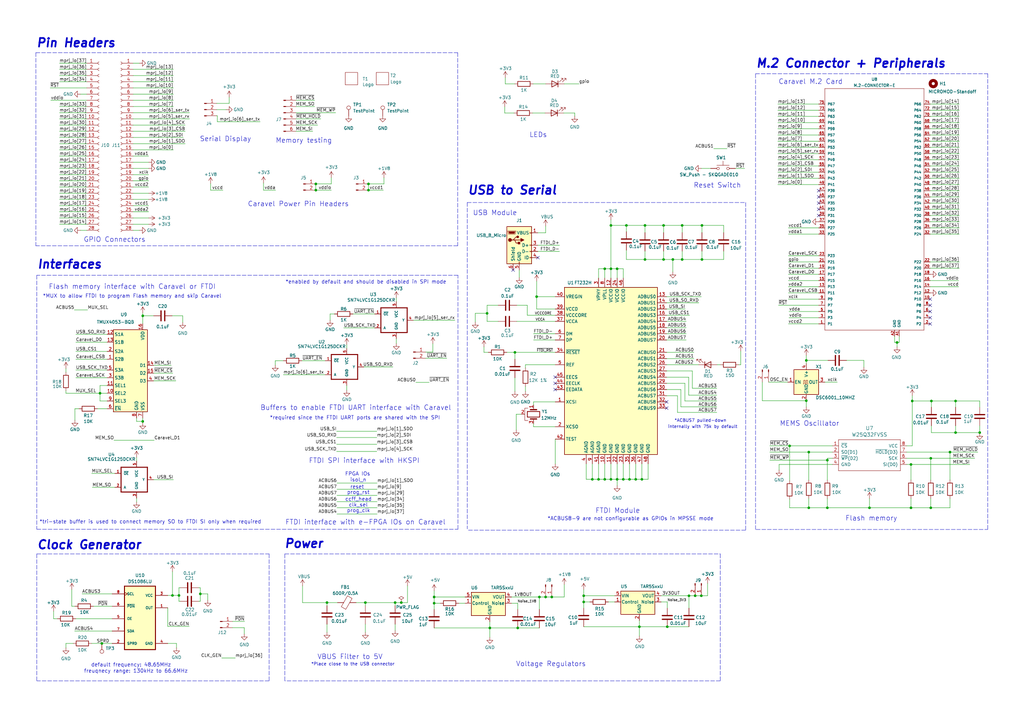
<source format=kicad_sch>
(kicad_sch (version 20230121) (generator eeschema)
  (paper "A3")
  (junction (at 260.731 196.596))
  (junction (at 279.781 106.426))
  (junction (at 282.575 244.348))
  (junction (at 41.783 263.906))
  (junction (at 178.054 247.396))
  (junction (at 256.921 92.456))
  (junction (at 287.909 92.456))
  (junction (at 250.571 110.236))
  (junction (at 367.919 140.462))
  (junction (at 239.395 244.348))
  (junction (at 356.616 208.28))
  (junction (at 272.161 92.456))
  (junction (at 285.115 244.348))
  (junction (at 253.111 110.236))
  (junction (at 253.111 196.596))
  (junction (at 162.052 247.142))
  (junction (at 73.406 244.221))
  (junction (at 212.344 257.556))
  (junction (at 373.634 208.28))
  (junction (at 226.314 244.856))
  (junction (at 58.547 172.847))
  (junction (at 211.201 144.526))
  (junction (at 82.169 243.586))
  (junction (at 373.634 190.5))
  (junction (at 151.13 77.978))
  (junction (at 382.016 164.465))
  (junction (at 58.547 129.54))
  (junction (at 272.161 106.426))
  (junction (at 149.86 247.142))
  (junction (at 250.571 196.596))
  (junction (at 287.909 106.426))
  (junction (at 199.771 128.524))
  (junction (at 323.85 182.88))
  (junction (at 248.031 196.596))
  (junction (at 391.922 177.419))
  (junction (at 178.054 244.856))
  (junction (at 339.344 208.28))
  (junction (at 330.708 164.338))
  (junction (at 263.271 196.596))
  (junction (at 245.491 196.596))
  (junction (at 279.781 92.456))
  (junction (at 339.344 188.722))
  (junction (at 389.636 185.42))
  (junction (at 258.191 196.596))
  (junction (at 275.971 106.426))
  (junction (at 220.091 121.666))
  (junction (at 331.724 208.28))
  (junction (at 374.142 164.465))
  (junction (at 273.685 257.048))
  (junction (at 200.914 257.556))
  (junction (at 330.708 147.828))
  (junction (at 129.54 75.438))
  (junction (at 391.922 164.465))
  (junction (at 248.031 110.236))
  (junction (at 41.021 161.29))
  (junction (at 239.395 246.888))
  (junction (at 264.541 106.426))
  (junction (at 250.571 92.456))
  (junction (at 381.762 187.96))
  (junction (at 262.255 257.048))
  (junction (at 151.13 75.438))
  (junction (at 164.592 247.142))
  (junction (at 221.234 244.856))
  (junction (at 331.724 185.42))
  (junction (at 401.828 177.419))
  (junction (at 134.112 247.142))
  (junction (at 242.951 196.596))
  (junction (at 264.541 92.456))
  (junction (at 223.774 244.856))
  (junction (at 255.651 196.596))
  (junction (at 287.655 244.348))
  (junction (at 129.54 77.978))
  (junction (at 70.739 244.221))
  (junction (at 381.762 208.28))
  (no_connect (at 381.508 125.222))
  (no_connect (at 381.508 122.682))
  (no_connect (at 381.508 130.302))
  (no_connect (at 227.711 157.226))
  (no_connect (at 210.439 110.744))
  (no_connect (at 227.711 159.766))
  (no_connect (at 381.508 127.762))
  (no_connect (at 273.431 164.846))
  (no_connect (at 381.508 132.842))
  (no_connect (at 335.788 83.312))
  (no_connect (at 273.431 167.386))
  (no_connect (at 227.711 154.686))
  (no_connect (at 335.788 88.392))
  (no_connect (at 335.788 78.232))
  (no_connect (at 335.788 80.772))
  (no_connect (at 335.788 85.852))
  (no_connect (at 220.599 105.664))
  (wire (pts (xy 280.924 164.465) (xy 294.005 164.465)))
  (wire (pts (xy 74.93 129.54) (xy 70.612 129.54)))
  (wire (pts (xy 339.344 208.28) (xy 356.616 208.28)))
  (wire (pts (xy 60.96 66.548) (xy 54.61 66.548)))
  (wire (pts (xy 149.86 247.142) (xy 149.86 248.412)))
  (wire (pts (xy 263.271 196.596) (xy 260.731 196.596)))
  (wire (pts (xy 391.922 167.005) (xy 391.922 164.465)))
  (wire (pts (xy 373.634 204.47) (xy 373.634 208.28)))
  (wire (pts (xy 239.395 244.348) (xy 239.395 246.888)))
  (wire (pts (xy 112.903 147.955) (xy 112.903 149.733)))
  (wire (pts (xy 282.448 162.052) (xy 294.005 162.052)))
  (wire (pts (xy 240.411 196.596) (xy 242.951 196.596)))
  (wire (pts (xy 282.575 244.348) (xy 282.575 249.428)))
  (polyline (pts (xy 110.363 227.203) (xy 110.363 279.273)) (stroke (width 0) (type dash)))
  (wire (pts (xy 135.382 131.318) (xy 135.382 128.778)))
  (wire (pts (xy 35.56 66.548) (xy 24.384 66.548)))
  (wire (pts (xy 54.61 86.868) (xy 60.96 86.868)))
  (wire (pts (xy 54.61 81.788) (xy 60.96 81.788)))
  (wire (pts (xy 200.914 255.016) (xy 200.914 257.556)))
  (wire (pts (xy 212.344 247.396) (xy 212.344 249.936)))
  (wire (pts (xy 135.382 128.778) (xy 137.16 128.778)))
  (wire (pts (xy 43.942 137.16) (xy 31.115 137.16)))
  (polyline (pts (xy 187.706 21.59) (xy 187.706 100.838)) (stroke (width 0) (type dash)))
  (wire (pts (xy 272.161 95.377) (xy 272.161 92.456)))
  (wire (pts (xy 330.708 149.098) (xy 330.708 147.828)))
  (wire (pts (xy 381.508 70.612) (xy 393.446 70.612)))
  (wire (pts (xy 262.255 257.048) (xy 273.685 257.048)))
  (wire (pts (xy 142.24 141.351) (xy 142.24 142.875)))
  (wire (pts (xy 273.431 152.146) (xy 283.972 152.146)))
  (wire (pts (xy 303.784 144.018) (xy 303.784 149.606)))
  (wire (pts (xy 381.508 57.912) (xy 393.446 57.912)))
  (wire (pts (xy 41.021 161.29) (xy 43.942 161.29)))
  (wire (pts (xy 381.762 187.96) (xy 381.762 196.85)))
  (wire (pts (xy 35.56 28.448) (xy 24.384 28.448)))
  (wire (pts (xy 235.712 47.625) (xy 235.712 46.355)))
  (wire (pts (xy 24.384 43.688) (xy 35.56 43.688)))
  (wire (pts (xy 218.694 34.417) (xy 223.774 34.417)))
  (wire (pts (xy 371.856 190.5) (xy 373.634 190.5)))
  (wire (pts (xy 256.921 106.426) (xy 264.541 106.426)))
  (wire (pts (xy 279.273 159.766) (xy 279.273 166.878)))
  (wire (pts (xy 211.963 131.826) (xy 227.711 131.826)))
  (wire (pts (xy 253.111 190.246) (xy 253.111 196.596)))
  (polyline (pts (xy 116.84 227.203) (xy 295.402 227.203)) (stroke (width 0) (type dash)))
  (wire (pts (xy 71.12 38.608) (xy 54.61 38.608)))
  (wire (pts (xy 319.024 42.672) (xy 335.788 42.672)))
  (wire (pts (xy 227.711 180.086) (xy 227.711 190.246)))
  (wire (pts (xy 354.33 150.622) (xy 354.33 147.828)))
  (wire (pts (xy 339.344 188.722) (xy 339.344 187.96)))
  (wire (pts (xy 35.56 69.088) (xy 24.384 69.088)))
  (wire (pts (xy 381.508 78.232) (xy 393.446 78.232)))
  (wire (pts (xy 260.731 190.246) (xy 260.731 196.596)))
  (wire (pts (xy 24.384 71.628) (xy 35.56 71.628)))
  (wire (pts (xy 188.214 247.396) (xy 190.754 247.396)))
  (wire (pts (xy 381.508 52.832) (xy 393.446 52.832)))
  (wire (pts (xy 215.519 150.876) (xy 215.519 149.606)))
  (wire (pts (xy 54.61 25.908) (xy 57.15 25.908)))
  (wire (pts (xy 319.024 50.292) (xy 335.788 50.292)))
  (wire (pts (xy 89.154 49.911) (xy 106.68 49.911)))
  (wire (pts (xy 239.395 244.348) (xy 252.095 244.348)))
  (wire (pts (xy 323.85 208.28) (xy 323.85 204.724)))
  (wire (pts (xy 312.674 164.338) (xy 330.708 164.338)))
  (wire (pts (xy 35.56 51.308) (xy 24.384 51.308)))
  (wire (pts (xy 323.85 208.28) (xy 331.724 208.28)))
  (polyline (pts (xy 305.816 83.058) (xy 305.816 217.424)) (stroke (width 0) (type dash)))
  (wire (pts (xy 249.555 246.888) (xy 252.095 246.888)))
  (wire (pts (xy 273.685 257.048) (xy 282.575 257.048)))
  (wire (pts (xy 381.508 80.772) (xy 393.446 80.772)))
  (wire (pts (xy 121.412 53.848) (xy 128.27 53.848)))
  (wire (pts (xy 368.808 137.922) (xy 368.808 140.462)))
  (wire (pts (xy 374.142 164.465) (xy 374.142 182.88)))
  (wire (pts (xy 209.804 247.396) (xy 212.344 247.396)))
  (wire (pts (xy 264.541 92.456) (xy 272.161 92.456)))
  (wire (pts (xy 248.031 196.596) (xy 250.571 196.596)))
  (wire (pts (xy 287.655 69.088) (xy 291.465 69.088)))
  (wire (pts (xy 381.508 45.212) (xy 393.446 45.212)))
  (wire (pts (xy 162.052 247.142) (xy 164.592 247.142)))
  (wire (pts (xy 272.161 102.997) (xy 272.161 106.426)))
  (wire (pts (xy 71.12 30.988) (xy 54.61 30.988)))
  (wire (pts (xy 319.532 190.5) (xy 319.532 192.786)))
  (wire (pts (xy 108.077 75.057) (xy 108.077 77.978)))
  (wire (pts (xy 211.709 176.276) (xy 211.709 169.926)))
  (wire (pts (xy 239.395 246.888) (xy 241.935 246.888)))
  (wire (pts (xy 207.899 144.526) (xy 211.201 144.526)))
  (wire (pts (xy 255.651 114.046) (xy 255.651 110.236)))
  (wire (pts (xy 262.255 257.048) (xy 262.255 260.858)))
  (wire (pts (xy 71.12 36.068) (xy 54.61 36.068)))
  (wire (pts (xy 74.93 132.207) (xy 74.93 129.54)))
  (wire (pts (xy 287.655 244.348) (xy 290.195 244.348)))
  (wire (pts (xy 33.655 243.586) (xy 45.974 243.586)))
  (polyline (pts (xy 309.88 217.17) (xy 309.88 30.226)) (stroke (width 0) (type dash)))
  (wire (pts (xy 319.024 45.212) (xy 335.788 45.212)))
  (wire (pts (xy 277.876 169.164) (xy 294.005 169.164)))
  (wire (pts (xy 250.571 196.596) (xy 253.111 196.596)))
  (wire (pts (xy 35.56 58.928) (xy 24.384 58.928)))
  (wire (pts (xy 56.007 171.45) (xy 56.007 172.847)))
  (wire (pts (xy 86.36 77.978) (xy 91.44 77.978)))
  (wire (pts (xy 138.176 210.82) (xy 154.686 210.82)))
  (polyline (pts (xy 295.402 279.273) (xy 116.84 279.273)) (stroke (width 0) (type dash)))
  (wire (pts (xy 323.342 104.902) (xy 335.788 104.902)))
  (wire (pts (xy 24.384 89.408) (xy 35.56 89.408)))
  (wire (pts (xy 138.176 208.28) (xy 154.686 208.28)))
  (wire (pts (xy 43.942 164.465) (xy 41.021 164.465)))
  (wire (pts (xy 381.508 55.372) (xy 393.446 55.372)))
  (wire (pts (xy 40.005 167.64) (xy 43.942 167.64)))
  (wire (pts (xy 381.508 60.452) (xy 393.446 60.452)))
  (wire (pts (xy 323.342 132.842) (xy 335.788 132.842)))
  (wire (pts (xy 354.33 147.828) (xy 347.218 147.828)))
  (wire (pts (xy 32.385 167.64) (xy 30.734 167.64)))
  (wire (pts (xy 90.932 269.875) (xy 96.52 269.875)))
  (wire (pts (xy 374.142 164.465) (xy 382.016 164.465)))
  (wire (pts (xy 323.342 115.062) (xy 335.788 115.062)))
  (wire (pts (xy 272.161 106.426) (xy 275.971 106.426)))
  (wire (pts (xy 389.636 185.42) (xy 389.636 196.85)))
  (wire (pts (xy 323.342 96.012) (xy 335.788 96.012)))
  (wire (pts (xy 366.903 140.462) (xy 367.919 140.462)))
  (wire (pts (xy 58.547 171.45) (xy 58.547 172.847)))
  (wire (pts (xy 82.169 243.586) (xy 82.169 246.634)))
  (wire (pts (xy 35.56 30.988) (xy 24.384 30.988)))
  (wire (pts (xy 138.176 200.66) (xy 154.686 200.66)))
  (wire (pts (xy 30.48 127.127) (xy 35.941 127.127)))
  (wire (pts (xy 256.921 102.616) (xy 256.921 106.426)))
  (wire (pts (xy 135.89 75.438) (xy 135.89 72.898)))
  (wire (pts (xy 89.154 49.911) (xy 89.154 47.498)))
  (wire (pts (xy 282.575 244.348) (xy 285.115 244.348)))
  (wire (pts (xy 60.96 91.948) (xy 54.61 91.948)))
  (wire (pts (xy 31.115 144.145) (xy 43.942 144.145)))
  (wire (pts (xy 58.547 129.54) (xy 62.992 129.54)))
  (wire (pts (xy 41.021 158.115) (xy 43.942 158.115)))
  (wire (pts (xy 319.532 190.5) (xy 341.376 190.5)))
  (wire (pts (xy 35.56 36.068) (xy 20.574 36.068)))
  (wire (pts (xy 24.384 86.868) (xy 35.56 86.868)))
  (wire (pts (xy 220.091 121.666) (xy 220.091 126.746)))
  (wire (pts (xy 207.01 46.355) (xy 210.82 46.355)))
  (wire (pts (xy 374.142 182.88) (xy 371.856 182.88)))
  (wire (pts (xy 54.61 89.408) (xy 60.96 89.408)))
  (wire (pts (xy 331.724 204.47) (xy 331.724 208.28)))
  (wire (pts (xy 82.169 246.634) (xy 81.534 246.634)))
  (wire (pts (xy 138.049 176.911) (xy 154.559 176.911)))
  (wire (pts (xy 149.86 256.032) (xy 149.86 259.334)))
  (wire (pts (xy 73.406 244.221) (xy 73.406 246.634)))
  (wire (pts (xy 86.36 77.978) (xy 86.36 75.311)))
  (wire (pts (xy 62.992 149.86) (xy 70.231 149.86)))
  (wire (pts (xy 323.596 127.762) (xy 335.788 127.762)))
  (wire (pts (xy 215.519 149.606) (xy 227.711 149.606)))
  (wire (pts (xy 30.734 248.666) (xy 29.464 248.666)))
  (wire (pts (xy 356.616 204.47) (xy 356.616 208.28)))
  (wire (pts (xy 264.541 92.456) (xy 256.921 92.456)))
  (polyline (pts (xy 191.643 83.058) (xy 191.643 216.916)) (stroke (width 0) (type dash)))
  (wire (pts (xy 35.56 53.848) (xy 24.384 53.848)))
  (wire (pts (xy 401.828 177.673) (xy 401.828 177.419)))
  (wire (pts (xy 239.395 246.888) (xy 239.395 249.428)))
  (wire (pts (xy 323.342 93.472) (xy 335.788 93.472)))
  (wire (pts (xy 319.024 75.692) (xy 335.788 75.692)))
  (wire (pts (xy 183.261 146.939) (xy 174.625 146.939)))
  (wire (pts (xy 140.97 134.493) (xy 153.67 134.493)))
  (wire (pts (xy 73.406 246.634) (xy 73.914 246.634)))
  (wire (pts (xy 218.821 164.846) (xy 227.711 164.846)))
  (wire (pts (xy 323.85 182.88) (xy 323.85 197.104)))
  (wire (pts (xy 194.945 128.524) (xy 194.945 132.08)))
  (wire (pts (xy 265.811 190.246) (xy 265.811 196.596)))
  (wire (pts (xy 85.217 243.586) (xy 85.217 246.126)))
  (wire (pts (xy 221.234 244.856) (xy 221.234 249.936)))
  (wire (pts (xy 287.909 106.426) (xy 279.781 106.426)))
  (wire (pts (xy 24.384 84.328) (xy 35.56 84.328)))
  (wire (pts (xy 319.024 65.532) (xy 335.788 65.532)))
  (wire (pts (xy 366.903 137.922) (xy 366.903 140.462)))
  (wire (pts (xy 282.448 154.686) (xy 282.448 162.052)))
  (wire (pts (xy 54.61 51.308) (xy 75.946 51.308)))
  (wire (pts (xy 323.342 112.522) (xy 335.788 112.522)))
  (wire (pts (xy 138.049 185.166) (xy 154.559 185.166)))
  (wire (pts (xy 121.412 41.148) (xy 129.032 41.148)))
  (wire (pts (xy 319.024 55.372) (xy 335.788 55.372)))
  (wire (pts (xy 283.972 159.258) (xy 294.005 159.258)))
  (wire (pts (xy 331.724 185.42) (xy 331.724 196.85)))
  (wire (pts (xy 21.971 250.698) (xy 21.971 253.746)))
  (wire (pts (xy 68.834 244.221) (xy 70.739 244.221)))
  (wire (pts (xy 134.112 256.032) (xy 134.112 259.334)))
  (wire (pts (xy 124.079 240.284) (xy 124.079 247.142)))
  (wire (pts (xy 287.909 92.456) (xy 279.781 92.456)))
  (wire (pts (xy 279.781 92.456) (xy 279.781 95.377)))
  (wire (pts (xy 273.431 162.306) (xy 277.876 162.306)))
  (wire (pts (xy 287.909 102.997) (xy 287.909 106.426)))
  (wire (pts (xy 121.412 48.768) (xy 131.572 48.768)))
  (wire (pts (xy 134.112 247.142) (xy 138.43 247.142)))
  (wire (pts (xy 401.828 174.625) (xy 401.828 177.419)))
  (polyline (pts (xy 14.732 21.59) (xy 14.732 100.838)) (stroke (width 0) (type dash)))
  (wire (pts (xy 56.007 172.847) (xy 58.547 172.847)))
  (wire (pts (xy 401.828 167.005) (xy 401.828 164.465)))
  (wire (pts (xy 296.799 106.426) (xy 287.909 106.426)))
  (wire (pts (xy 218.44 46.355) (xy 223.52 46.355)))
  (wire (pts (xy 167.132 240.284) (xy 167.132 247.142)))
  (wire (pts (xy 218.821 139.446) (xy 227.711 139.446)))
  (wire (pts (xy 389.636 185.42) (xy 401.066 185.42)))
  (wire (pts (xy 38.354 248.666) (xy 45.974 248.666)))
  (wire (pts (xy 381.508 85.852) (xy 393.446 85.852)))
  (wire (pts (xy 381.508 83.312) (xy 393.446 83.312)))
  (wire (pts (xy 382.016 174.625) (xy 382.016 177.419)))
  (wire (pts (xy 134.112 248.412) (xy 134.112 247.142)))
  (wire (pts (xy 381.762 204.47) (xy 381.762 208.28)))
  (wire (pts (xy 294.132 149.606) (xy 295.402 149.606)))
  (wire (pts (xy 220.599 103.124) (xy 229.489 103.124)))
  (wire (pts (xy 138.049 179.451) (xy 154.559 179.451)))
  (wire (pts (xy 149.86 247.142) (xy 162.052 247.142)))
  (wire (pts (xy 273.431 129.286) (xy 282.829 129.286)))
  (wire (pts (xy 89.154 47.498) (xy 88.9 47.498)))
  (wire (pts (xy 71.12 196.723) (xy 62.992 196.723)))
  (wire (pts (xy 331.724 208.28) (xy 339.344 208.28)))
  (wire (pts (xy 129.54 75.438) (xy 135.89 75.438)))
  (wire (pts (xy 242.951 190.246) (xy 242.951 196.596)))
  (wire (pts (xy 319.024 68.072) (xy 335.788 68.072)))
  (wire (pts (xy 339.344 204.47) (xy 339.344 208.28)))
  (wire (pts (xy 381.508 115.062) (xy 393.192 115.062)))
  (wire (pts (xy 245.491 190.246) (xy 245.491 196.596)))
  (wire (pts (xy 41.021 161.29) (xy 41.021 164.465)))
  (wire (pts (xy 220.091 121.666) (xy 227.711 121.666)))
  (wire (pts (xy 264.541 106.426) (xy 272.161 106.426)))
  (wire (pts (xy 285.115 244.348) (xy 287.655 244.348)))
  (wire (pts (xy 162.56 122.174) (xy 162.56 123.698)))
  (wire (pts (xy 71.12 43.688) (xy 54.61 43.688)))
  (wire (pts (xy 273.431 124.206) (xy 286.639 124.206)))
  (wire (pts (xy 319.278 125.222) (xy 335.788 125.222)))
  (polyline (pts (xy 187.833 217.043) (xy 187.833 112.903)) (stroke (width 0) (type dash)))
  (wire (pts (xy 323.85 182.88) (xy 341.376 182.88)))
  (wire (pts (xy 62.992 153.035) (xy 70.866 153.035)))
  (wire (pts (xy 174.625 144.399) (xy 177.546 144.399)))
  (wire (pts (xy 23.495 253.746) (xy 21.971 253.746)))
  (wire (pts (xy 37.592 263.906) (xy 41.783 263.906)))
  (wire (pts (xy 280.924 157.226) (xy 280.924 164.465)))
  (wire (pts (xy 312.674 156.718) (xy 312.674 164.338)))
  (wire (pts (xy 282.448 154.686) (xy 273.431 154.686)))
  (wire (pts (xy 389.636 208.28) (xy 389.636 204.47)))
  (wire (pts (xy 255.651 190.246) (xy 255.651 196.596)))
  (wire (pts (xy 178.054 244.856) (xy 190.754 244.856)))
  (polyline (pts (xy 405.13 30.226) (xy 405.13 217.17)) (stroke (width 0) (type dash)))
  (wire (pts (xy 200.914 257.556) (xy 200.914 261.366)))
  (wire (pts (xy 319.024 52.832) (xy 335.788 52.832)))
  (wire (pts (xy 381.508 88.392) (xy 393.446 88.392)))
  (wire (pts (xy 82.169 241.046) (xy 82.169 243.586)))
  (wire (pts (xy 319.024 73.152) (xy 335.788 73.152)))
  (wire (pts (xy 198.501 142.24) (xy 198.501 144.526)))
  (wire (pts (xy 381.508 50.292) (xy 393.446 50.292)))
  (wire (pts (xy 250.571 190.246) (xy 250.571 196.596)))
  (wire (pts (xy 35.56 25.908) (xy 24.384 25.908)))
  (wire (pts (xy 371.856 187.96) (xy 381.762 187.96)))
  (wire (pts (xy 137.668 46.228) (xy 121.412 46.228)))
  (wire (pts (xy 273.685 246.888) (xy 273.685 249.428)))
  (wire (pts (xy 27.051 161.29) (xy 41.021 161.29)))
  (wire (pts (xy 373.634 190.5) (xy 397.764 190.5)))
  (wire (pts (xy 138.176 205.74) (xy 154.686 205.74)))
  (wire (pts (xy 245.491 110.236) (xy 245.491 114.046)))
  (wire (pts (xy 338.328 156.718) (xy 343.408 156.718)))
  (wire (pts (xy 178.054 244.856) (xy 178.054 247.396)))
  (wire (pts (xy 371.856 185.42) (xy 389.636 185.42)))
  (wire (pts (xy 391.922 177.419) (xy 391.922 174.625)))
  (wire (pts (xy 41.783 263.906) (xy 45.974 263.906)))
  (wire (pts (xy 245.491 110.236) (xy 248.031 110.236)))
  (wire (pts (xy 211.709 169.926) (xy 213.741 169.926)))
  (polyline (pts (xy 191.643 83.058) (xy 305.816 83.058)) (stroke (width 0) (type dash)))
  (wire (pts (xy 41.021 158.115) (xy 41.021 161.29)))
  (wire (pts (xy 71.12 41.148) (xy 54.61 41.148)))
  (wire (pts (xy 100.203 257.429) (xy 100.203 259.969)))
  (wire (pts (xy 256.921 92.456) (xy 250.571 92.456)))
  (wire (pts (xy 24.384 91.948) (xy 35.56 91.948)))
  (wire (pts (xy 211.201 144.526) (xy 227.711 144.526)))
  (polyline (pts (xy 15.113 227.203) (xy 15.113 279.273)) (stroke (width 0) (type dash)))
  (wire (pts (xy 58.547 128.397) (xy 58.547 129.54)))
  (wire (pts (xy 146.05 247.142) (xy 149.86 247.142)))
  (wire (pts (xy 250.571 114.046) (xy 250.571 110.236)))
  (wire (pts (xy 290.195 239.268) (xy 290.195 244.348)))
  (wire (pts (xy 319.024 60.452) (xy 335.788 60.452)))
  (wire (pts (xy 315.722 185.42) (xy 331.724 185.42)))
  (wire (pts (xy 248.031 114.046) (xy 248.031 110.236)))
  (polyline (pts (xy 15.113 227.203) (xy 110.363 227.203)) (stroke (width 0) (type dash)))
  (wire (pts (xy 253.111 110.236) (xy 255.651 110.236)))
  (wire (pts (xy 129.54 75.438) (xy 129.54 77.978)))
  (wire (pts (xy 367.919 142.24) (xy 367.919 140.462)))
  (wire (pts (xy 271.145 244.348) (xy 282.575 244.348)))
  (wire (pts (xy 248.031 190.246) (xy 248.031 196.596)))
  (wire (pts (xy 330.708 166.878) (xy 330.708 164.338)))
  (wire (pts (xy 162.56 140.843) (xy 162.56 138.938)))
  (wire (pts (xy 194.945 128.524) (xy 199.771 128.524)))
  (wire (pts (xy 382.016 164.465) (xy 382.016 167.005)))
  (wire (pts (xy 164.592 247.142) (xy 167.132 247.142)))
  (wire (pts (xy 319.024 57.912) (xy 335.788 57.912)))
  (wire (pts (xy 319.024 62.992) (xy 335.788 62.992)))
  (wire (pts (xy 62.992 156.21) (xy 72.136 156.21)))
  (wire (pts (xy 178.054 247.396) (xy 180.594 247.396)))
  (wire (pts (xy 31.115 253.746) (xy 45.974 253.746)))
  (wire (pts (xy 75.946 53.848) (xy 54.61 53.848)))
  (wire (pts (xy 35.56 33.528) (xy 24.384 33.528)))
  (wire (pts (xy 68.834 256.921) (xy 77.597 256.921)))
  (wire (pts (xy 24.384 79.248) (xy 35.56 79.248)))
  (wire (pts (xy 381.508 47.752) (xy 393.446 47.752)))
  (wire (pts (xy 72.39 265.684) (xy 72.39 263.906)))
  (polyline (pts (xy 187.833 112.903) (xy 15.113 112.903)) (stroke (width 0) (type dash)))
  (wire (pts (xy 258.191 196.596) (xy 255.651 196.596)))
  (wire (pts (xy 35.56 41.148) (xy 20.828 41.148)))
  (wire (pts (xy 56.007 187.579) (xy 56.007 189.103)))
  (wire (pts (xy 391.922 164.465) (xy 401.828 164.465)))
  (wire (pts (xy 277.876 162.306) (xy 277.876 169.164)))
  (wire (pts (xy 121.412 51.308) (xy 130.302 51.308)))
  (wire (pts (xy 88.9 42.418) (xy 93.98 42.418)))
  (wire (pts (xy 70.739 244.221) (xy 73.406 244.221)))
  (wire (pts (xy 381.508 65.532) (xy 393.446 65.532)))
  (wire (pts (xy 211.963 125.222) (xy 216.281 125.222)))
  (wire (pts (xy 381.508 107.442) (xy 393.446 107.442)))
  (wire (pts (xy 275.971 106.426) (xy 275.971 111.506)))
  (polyline (pts (xy 14.732 21.59) (xy 187.706 21.59)) (stroke (width 0) (type dash)))
  (wire (pts (xy 170.561 156.845) (xy 176.022 156.845)))
  (wire (pts (xy 72.39 263.906) (xy 68.834 263.906)))
  (wire (pts (xy 374.142 162.306) (xy 374.142 164.465)))
  (wire (pts (xy 123.825 147.955) (xy 133.35 147.955)))
  (wire (pts (xy 323.342 120.142) (xy 335.788 120.142)))
  (wire (pts (xy 207.01 43.815) (xy 207.01 46.355)))
  (wire (pts (xy 381.508 117.602) (xy 393.192 117.602)))
  (wire (pts (xy 339.344 187.96) (xy 341.376 187.96)))
  (wire (pts (xy 235.712 46.355) (xy 231.14 46.355)))
  (wire (pts (xy 239.395 241.808) (xy 239.395 244.348)))
  (wire (pts (xy 218.821 136.906) (xy 227.711 136.906)))
  (wire (pts (xy 292.735 60.96) (xy 298.196 60.96)))
  (wire (pts (xy 382.016 164.465) (xy 391.922 164.465)))
  (wire (pts (xy 138.049 182.245) (xy 154.559 182.245)))
  (wire (pts (xy 296.799 102.997) (xy 296.799 106.426)))
  (wire (pts (xy 273.431 147.066) (xy 284.607 147.066)))
  (wire (pts (xy 381.508 68.072) (xy 393.446 68.072)))
  (wire (pts (xy 265.811 196.596) (xy 263.271 196.596)))
  (wire (pts (xy 323.342 107.442) (xy 335.788 107.442)))
  (wire (pts (xy 381.508 109.982) (xy 393.446 109.982)))
  (wire (pts (xy 381.508 62.992) (xy 393.446 62.992)))
  (wire (pts (xy 54.61 76.708) (xy 60.96 76.708)))
  (wire (pts (xy 273.431 159.766) (xy 279.273 159.766)))
  (wire (pts (xy 319.024 47.752) (xy 335.788 47.752)))
  (wire (pts (xy 73.406 241.046) (xy 73.914 241.046)))
  (wire (pts (xy 273.431 121.666) (xy 287.655 121.666)))
  (wire (pts (xy 367.919 140.462) (xy 368.808 140.462)))
  (wire (pts (xy 82.169 241.046) (xy 81.534 241.046)))
  (wire (pts (xy 220.599 100.584) (xy 229.489 100.584)))
  (polyline (pts (xy 15.113 217.043) (xy 187.833 217.043)) (stroke (width 0) (type dash)))
  (wire (pts (xy 273.431 134.366) (xy 281.432 134.366)))
  (wire (pts (xy 273.431 131.826) (xy 281.432 131.826)))
  (wire (pts (xy 151.13 75.438) (xy 151.13 77.978)))
  (wire (pts (xy 273.431 157.226) (xy 280.924 157.226)))
  (polyline (pts (xy 110.363 279.273) (xy 15.113 279.273)) (stroke (width 0) (type dash)))
  (wire (pts (xy 218.821 166.116) (xy 218.821 164.846)))
  (wire (pts (xy 162.052 258.572) (xy 162.052 256.032)))
  (wire (pts (xy 71.12 61.468) (xy 54.61 61.468)))
  (wire (pts (xy 77.724 46.228) (xy 54.61 46.228)))
  (wire (pts (xy 207.264 31.877) (xy 207.264 34.417)))
  (wire (pts (xy 71.12 33.528) (xy 54.61 33.528)))
  (wire (pts (xy 138.176 198.12) (xy 154.686 198.12)))
  (wire (pts (xy 275.971 106.426) (xy 279.781 106.426)))
  (wire (pts (xy 223.774 92.71) (xy 223.774 95.504)))
  (wire (pts (xy 263.271 190.246) (xy 263.271 196.596)))
  (wire (pts (xy 58.547 129.54) (xy 58.547 132.715)))
  (wire (pts (xy 151.13 75.438) (xy 157.48 75.438)))
  (wire (pts (xy 56.007 205.867) (xy 56.007 204.343)))
  (wire (pts (xy 58.547 173.482) (xy 58.547 172.847)))
  (wire (pts (xy 35.56 38.608) (xy 33.02 38.608)))
  (wire (pts (xy 296.799 92.456) (xy 287.909 92.456)))
  (wire (pts (xy 264.541 95.377) (xy 264.541 92.456)))
  (wire (pts (xy 273.431 126.746) (xy 281.051 126.746)))
  (wire (pts (xy 121.412 43.688) (xy 129.032 43.688)))
  (wire (pts (xy 231.394 239.776) (xy 231.394 244.856)))
  (wire (pts (xy 248.031 110.236) (xy 250.571 110.236)))
  (wire (pts (xy 37.846 199.898) (xy 47.117 199.898)))
  (wire (pts (xy 88.9 44.958) (xy 92.71 44.958)))
  (wire (pts (xy 356.616 208.28) (xy 373.634 208.28)))
  (wire (pts (xy 315.214 156.718) (xy 323.088 156.718)))
  (wire (pts (xy 60.96 69.088) (xy 54.61 69.088)))
  (wire (pts (xy 212.979 110.744) (xy 212.979 113.792)))
  (wire (pts (xy 283.972 152.146) (xy 283.972 159.258)))
  (wire (pts (xy 60.96 64.008) (xy 54.61 64.008)))
  (wire (pts (xy 296.799 95.377) (xy 296.799 92.456)))
  (wire (pts (xy 112.903 147.955) (xy 116.205 147.955)))
  (wire (pts (xy 27.051 263.906) (xy 27.051 265.684)))
  (wire (pts (xy 73.406 241.046) (xy 73.406 244.221)))
  (wire (pts (xy 199.771 125.222) (xy 199.771 128.524)))
  (wire (pts (xy 253.111 114.046) (xy 253.111 110.236)))
  (wire (pts (xy 46.736 180.594) (xy 63.246 180.594)))
  (wire (pts (xy 330.708 147.828) (xy 330.708 145.796)))
  (wire (pts (xy 323.596 130.302) (xy 335.788 130.302)))
  (wire (pts (xy 35.56 46.228) (xy 24.384 46.228)))
  (wire (pts (xy 250.571 92.456) (xy 250.571 110.236)))
  (wire (pts (xy 54.61 79.248) (xy 60.96 79.248)))
  (wire (pts (xy 330.708 147.828) (xy 339.598 147.828)))
  (polyline (pts (xy 15.113 112.903) (xy 15.113 217.043)) (stroke (width 0) (type dash)))
  (wire (pts (xy 315.722 188.722) (xy 339.344 188.722)))
  (wire (pts (xy 29.464 248.666) (xy 29.464 241.808)))
  (wire (pts (xy 239.395 257.048) (xy 262.255 257.048)))
  (wire (pts (xy 37.592 194.183) (xy 47.117 194.183)))
  (wire (pts (xy 30.734 167.64) (xy 30.734 172.339)))
  (wire (pts (xy 315.722 182.88) (xy 323.85 182.88)))
  (wire (pts (xy 30.607 258.826) (xy 45.974 258.826)))
  (wire (pts (xy 273.431 136.906) (xy 281.432 136.906)))
  (wire (pts (xy 260.731 196.596) (xy 258.191 196.596)))
  (wire (pts (xy 116.205 153.67) (xy 133.35 153.67)))
  (wire (pts (xy 273.431 144.526) (xy 284.607 144.526)))
  (wire (pts (xy 373.634 190.5) (xy 373.634 196.85)))
  (wire (pts (xy 273.431 149.606) (xy 286.512 149.606)))
  (wire (pts (xy 93.98 39.878) (xy 93.98 42.418)))
  (wire (pts (xy 242.951 196.596) (xy 245.491 196.596)))
  (wire (pts (xy 124.079 247.142) (xy 134.112 247.142)))
  (wire (pts (xy 264.541 102.997) (xy 264.541 106.426)))
  (wire (pts (xy 245.491 196.596) (xy 248.031 196.596)))
  (wire (pts (xy 200.914 257.556) (xy 212.344 257.556)))
  (wire (pts (xy 151.13 77.978) (xy 157.226 77.978)))
  (wire (pts (xy 100.203 257.429) (xy 95.377 257.429)))
  (wire (pts (xy 138.176 203.2) (xy 154.686 203.2)))
  (wire (pts (xy 272.161 92.456) (xy 279.781 92.456)))
  (wire (pts (xy 216.281 125.222) (xy 216.281 129.286)))
  (wire (pts (xy 35.56 56.388) (xy 24.384 56.388)))
  (wire (pts (xy 35.56 48.768) (xy 24.384 48.768)))
  (wire (pts (xy 70.739 234.442) (xy 70.739 244.221)))
  (wire (pts (xy 135.89 77.978) (xy 129.54 77.978)))
  (wire (pts (xy 54.61 94.488) (xy 57.15 94.488)))
  (wire (pts (xy 253.111 199.136) (xy 253.111 196.596)))
  (wire (pts (xy 271.145 246.888) (xy 273.685 246.888)))
  (wire (pts (xy 178.054 249.936) (xy 178.054 247.396)))
  (wire (pts (xy 220.091 115.316) (xy 220.091 121.666)))
  (wire (pts (xy 178.054 257.556) (xy 200.914 257.556)))
  (polyline (pts (xy 305.816 217.424) (xy 191.643 217.424)) (stroke (width 0) (type dash)))
  (wire (pts (xy 373.634 208.28) (xy 381.762 208.28)))
  (polyline (pts (xy 187.706 100.838) (xy 14.732 100.838)) (stroke (width 0) (type dash)))
  (wire (pts (xy 54.61 84.328) (xy 60.96 84.328)))
  (polyline (pts (xy 116.84 227.203) (xy 116.84 279.273)) (stroke (width 0) (type dash)))
  (wire (pts (xy 27.051 160.274) (xy 27.051 161.29)))
  (wire (pts (xy 258.191 190.246) (xy 258.191 196.596)))
  (wire (pts (xy 331.724 185.42) (xy 341.376 185.42)))
  (wire (pts (xy 108.077 77.978) (xy 113.03 77.978)))
  (wire (pts (xy 391.922 177.419) (xy 401.828 177.419)))
  (wire (pts (xy 303.022 149.606) (xy 303.784 149.606)))
  (wire (pts (xy 262.255 254.508) (xy 262.255 257.048)))
  (wire (pts (xy 24.384 81.788) (xy 35.56 81.788)))
  (wire (pts (xy 226.314 244.856) (xy 231.394 244.856)))
  (wire (pts (xy 60.96 71.628) (xy 54.61 71.628)))
  (wire (pts (xy 144.78 128.778) (xy 153.67 128.778)))
  (wire (pts (xy 381.508 73.152) (xy 393.446 73.152)))
  (wire (pts (xy 75.184 56.388) (xy 54.61 56.388)))
  (wire (pts (xy 339.344 188.722) (xy 339.344 196.85)))
  (wire (pts (xy 24.384 74.168) (xy 35.56 74.168)))
  (polyline (pts (xy 295.402 227.203) (xy 295.402 279.273)) (stroke (width 0) (type dash)))
  (wire (pts (xy 54.61 74.168) (xy 60.96 74.168)))
  (wire (pts (xy 157.48 75.438) (xy 157.48 72.898)))
  (wire (pts (xy 381.508 93.472) (xy 393.446 93.472)))
  (wire (pts (xy 142.24 160.02) (xy 142.24 158.115)))
  (wire (pts (xy 178.054 242.316) (xy 178.054 244.856)))
  (wire (pts (xy 223.774 244.856) (xy 226.314 244.856)))
  (wire (pts (xy 198.501 144.526) (xy 200.279 144.526)))
  (wire (pts (xy 279.273 166.878) (xy 294.005 166.878)))
  (wire (pts (xy 212.344 257.556) (xy 221.234 257.556)))
  (wire (pts (xy 323.342 109.982) (xy 335.788 109.982)))
  (wire (pts (xy 381.508 96.012) (xy 393.446 96.012)))
  (wire (pts (xy 216.281 129.286) (xy 227.711 129.286)))
  (wire (pts (xy 231.394 34.417) (xy 237.49 34.417)))
  (wire (pts (xy 301.625 69.088) (xy 305.435 69.088)))
  (wire (pts (xy 211.201 147.32) (xy 211.201 144.526)))
  (wire (pts (xy 381.508 75.692) (xy 393.446 75.692)))
  (wire (pts (xy 381.762 208.28) (xy 389.636 208.28)))
  (wire (pts (xy 27.051 151.13) (xy 27.051 152.654)))
  (wire (pts (xy 221.234 244.856) (xy 223.774 244.856)))
  (wire (pts (xy 43.942 140.335) (xy 31.115 140.335)))
  (wire (pts (xy 323.342 117.602) (xy 335.788 117.602)))
  (wire (pts (xy 209.804 244.856) (xy 221.234 244.856)))
  (wire (pts (xy 31.115 151.765) (xy 43.942 151.765)))
  (wire (pts (xy 71.12 28.448) (xy 54.61 28.448)))
  (wire (pts (xy 82.169 243.586) (xy 85.217 243.586)))
  (wire (pts (xy 161.163 150.495) (xy 149.225 150.495)))
  (wire (pts (xy 323.342 122.682) (xy 335.788 122.682)))
  (wire (pts (xy 287.909 92.456) (xy 287.909 95.377)))
  (wire (pts (xy 250.571 90.17) (xy 250.571 92.456)))
  (wire (pts (xy 24.384 76.708) (xy 35.56 76.708)))
  (wire (pts (xy 215.519 158.496) (xy 215.519 160.528)))
  (wire (pts (xy 35.56 64.008) (xy 24.384 64.008)))
  (wire (pts (xy 199.771 125.222) (xy 204.343 125.222)))
  (wire (pts (xy 273.431 139.446) (xy 281.432 139.446)))
  (wire (pts (xy 381.508 90.932) (xy 393.446 90.932)))
  (wire (pts (xy 35.56 61.468) (xy 24.384 61.468)))
  (wire (pts (xy 27.051 263.906) (xy 29.972 263.906)))
  (wire (pts (xy 240.411 190.246) (xy 240.411 196.596)))
  (wire (pts (xy 218.821 173.736) (xy 218.821 175.006)))
  (wire (pts (xy 162.052 248.412) (xy 162.052 247.142)))
  (wire (pts (xy 31.115 154.94) (xy 43.942 154.94)))
  (wire (pts (xy 381.762 187.96) (xy 399.796 187.96)))
  (wire (pts (xy 186.563 131.318) (xy 169.545 131.318)))
  (wire (pts (xy 177.546 140.97) (xy 177.546 144.399)))
  (polyline (pts (xy 309.88 30.226) (xy 405.13 30.226)) (stroke (width 0) (type dash)))
  (wire (pts (xy 256.921 92.456) (xy 256.921 94.996)))
  (wire (pts (xy 199.771 131.826) (xy 199.771 128.524)))
  (wire (pts (xy 220.091 126.746) (xy 227.711 126.746)))
  (wire (pts (xy 218.821 175.006) (xy 227.711 175.006)))
  (wire (pts (xy 211.201 154.94) (xy 211.201 160.528)))
  (wire (pts (xy 35.56 94.488) (xy 33.02 94.488)))
  (wire (pts (xy 204.343 131.826) (xy 199.771 131.826)))
  (wire (pts (xy 382.016 177.419) (xy 391.922 177.419)))
  (wire (pts (xy 68.834 249.301) (xy 68.834 256.921)))
  (wire (pts (xy 279.781 102.997) (xy 279.781 106.426)))
  (wire (pts (xy 381.508 42.672) (xy 393.446 42.672)))
  (wire (pts (xy 207.264 34.417) (xy 211.074 34.417)))
  (wire (pts (xy 319.024 70.612) (xy 335.788 70.612)))
  (wire (pts (xy 75.946 58.928) (xy 54.61 58.928)))
  (wire (pts (xy 220.599 95.504) (xy 223.774 95.504)))
  (wire (pts (xy 77.724 48.768) (xy 54.61 48.768)))
  (wire (pts (xy 31.115 147.32) (xy 43.942 147.32)))
  (polyline (pts (xy 310.134 217.17) (xy 405.13 217.17)) (stroke (width 0) (type dash)))
  (wire (pts (xy 250.571 110.236) (xy 253.111 110.236)))
  (wire (pts (xy 255.651 196.596) (xy 253.111 196.596)))
  (wire (pts (xy 95.377 254.889) (xy 100.33 254.889)))
  (text "USB to Serial" (at 191.6176 80.2386 0) (effects (font (size 3.5 3.5) (thickness 0.7) bold italic) (justify left bottom)))
  (text "USB Module\n" (at 193.9036 88.6206 0) (effects (font (size 2 2)) (justify left bottom)))
  (text "MEMS Oscillator" (at 319.786 175.006 0) (effects (font (size 2 2)) (justify left bottom)))
  (text "*Place close to the USB connector" (at 127.5842 273.2278 0) (effects (font (size 1.27 1.27)) (justify left bottom)))
  (text "Flash memory interface with Caravel or FTDI\n" (at 19.939 118.872 0) (effects (font (size 2 2)) (justify left bottom)))
  (text "Caravel Power Pin Headers" (at 101.6 84.963 0) (effects (font (size 2 2)) (justify left bottom)))
  (text "GPIO Connectors\n" (at 34.29 99.568 0) (effects (font (size 2 2)) (justify left bottom)))
  (text "*required since the FTDI UART ports are shared with the SPI" (at 110.617 172.339 0) (effects (font (size 1.5 1.5)) (justify left bottom)))
  (text "LEDs" (at 217.1446 56.6166 0) (effects (font (size 2 2)) (justify left bottom)))
  (text "Flash memory" (at 346.71 213.868 0) (effects (font (size 2 2)) (justify left bottom)))
  (text "isol_n" (at 143.5608 197.866 0) (effects (font (size 1.5 1.5)) (justify left bottom)))
  (text "Serial Display" (at 81.915 58.293 0) (effects (font (size 2 2)) (justify left bottom)))
  (text "reset" (at 143.5608 200.7108 0) (effects (font (size 1.5 1.5)) (justify left bottom)))
  (text "Buffers to enable FTDI UART interface with Caravel" (at 106.807 168.529 0) (effects (font (size 2 2)) (justify left bottom)))
  (text "*MUX to allow FTDI to program Flash memory and skip Caravel" (at 17.526 122.428 0) (effects (font (size 1.5 1.5)) (justify left bottom)))
  (text "ccff_head" (at 141.5288 205.74 0) (effects (font (size 1.5 1.5)) (justify left bottom)))
  (text "M.2 Connector + Peripherals" (at 309.88 28.194 0) (effects (font (size 3.5 3.5) (thickness 0.7) bold italic) (justify left bottom)))
  (text "*enabled by default and should be disabled in SPI mode" (at 117.0432 116.6368 0) (effects (font (size 1.5 1.5)) (justify left bottom)))
  (text "Power" (at 116.459 225.171 0) (effects (font (size 3.5 3.5) (thickness 0.7) bold italic) (justify left bottom)))
  (text "prog_rst" (at 142.2908 202.946 0) (effects (font (size 1.5 1.5)) (justify left bottom)))
  (text "default frequency: 48.65MHz" (at 37.338 273.685 0) (effects (font (size 1.5 1.5)) (justify left bottom)))
  (text "Pin Headers" (at 14.732 19.812 0) (effects (font (size 3.5 3.5) (thickness 0.7) bold italic) (justify left bottom)))
  (text "VBUS Filter to 5V" (at 130.1242 270.6878 0) (effects (font (size 2 2)) (justify left bottom)))
  (text "FPGA IOs" (at 141.478 195.3768 0) (effects (font (size 1.5 1.5)) (justify left bottom)))
  (text "prog_clk" (at 142.24 210.4136 0) (effects (font (size 1.5 1.5)) (justify left bottom)))
  (text "Interfaces" (at 15.113 110.617 0) (effects (font (size 3.5 3.5) (thickness 0.7) bold italic) (justify left bottom)))
  (text "Clock Generator" (at 14.986 225.679 0) (effects (font (size 3.5 3.5) (thickness 0.7) bold italic) (justify left bottom)))
  (text "Voltage Regulators\n" (at 211.582 273.6088 0) (effects (font (size 2 2)) (justify left bottom)))
  (text "*ACBUS8-9 are not configurable as GPIOs in MPSSE mode" (at 224.5106 213.7156 0) (effects (font (size 1.5 1.5)) (justify left bottom)))
  (text "Reset Switch" (at 284.4546 77.3176 0) (effects (font (size 2 2)) (justify left bottom)))
  (text "Memory testing" (at 113.03 58.928 0) (effects (font (size 2 2)) (justify left bottom)))
  (text "*ACBUS7 pulled-down" (at 276.5806 173.3296 0) (effects (font (size 1.25 1.25)) (justify left bottom)))
  (text "freuqnecy range: 130kHz to 66.6MHz" (at 34.417 276.225 0) (effects (font (size 1.5 1.5)) (justify left bottom)))
  (text "*tri-state buffer is used to connect memory SO to FTDI SI only when required" (at 16.129 215.011 0) (effects (font (size 1.5 1.5)) (justify left bottom)))
  (text "internally with 75k by default" (at 273.9136 175.8696 0) (effects (font (size 1.25 1.25)) (justify left bottom)))
  (text "FTDI SPI interface with HKSPI\n" (at 126.619 190.246 0) (effects (font (size 2 2)) (justify left bottom)))
  (text "FTDI Module\n\n" (at 244.1702 213.9696 0) (effects (font (size 2 2)) (justify left bottom)))
  (text "clk_sel" (at 143.002 208.1276 0) (effects (font (size 1.5 1.5)) (justify left bottom)))
  (text "FTDI interface with e-FPGA IOs on Caravel\n" (at 116.9924 215.4682 0) (effects (font (size 2 2)) (justify left bottom)))
  (text "Caravel M.2 Card" (at 319.278 34.798 0) (effects (font (size 2 2)) (justify left bottom)))
  (label "MEM_SO" (at 129.032 43.688 180))
  (label "gpio" (at 60.96 74.168 180))
  (label "vdda1" (at 60.96 64.008 180))
  (label "vccd" (at 91.44 77.978 180))
  (label "ADBUS7" (at 138.176 203.2 180))
  (label "ACBUS0" (at 284.607 144.526 180))
  (label "USB_SI" (at 138.049 176.911 180))
  (label "FTDI_D-" (at 229.489 103.124 180))
  (label "~{MEM_HOLD}" (at 401.066 185.42 180))
  (label "USB_SO_RXD" (at 161.163 150.495 180))
  (label "mprj_io[16]" (at 24.384 86.868 0))
  (label "USB_SCK_TXD" (at 31.115 151.765 0))
  (label "gpio" (at 323.342 107.442 0))
  (label "ACBUS7" (at 294.005 169.164 180))
  (label "mprj_io[33]" (at 24.384 43.688 0))
  (label "mprj_io[36]" (at 393.446 107.442 180))
  (label "3V3OUT" (at 278.892 244.348 180))
  (label "mprj_io[3]_CSB" (at 154.559 182.245 0))
  (label "USB_SCK_TXD" (at 287.655 121.666 180))
  (label "vccd2" (at 60.96 76.708 180))
  (label "vccd1" (at 60.96 84.328 180))
  (label "mprj_io[17]" (at 24.384 84.328 0))
  (label "mprj_io[20]" (at 24.384 76.708 0))
  (label "mprj_io[13]" (at 71.12 28.448 180))
  (label "mprj_io[34]" (at 24.384 33.528 0))
  (label "USB_SCK_TXD" (at 138.049 185.166 180))
  (label "mprj_io[1]_SDO" (at 75.946 58.928 180))
  (label "MUX_SEL" (at 37.592 194.183 0))
  (label "mprj_io[14]" (at 24.384 91.948 0))
  (label "vdda2" (at 323.342 117.602 0))
  (label "MUX_SEL" (at 35.941 127.127 0))
  (label "USB_SO_RXD" (at 138.049 179.451 180))
  (label "mprj_io[0]" (at 71.12 61.468 180))
  (label "USB_CS1" (at 138.049 182.245 180))
  (label "mprj_io[13]" (at 319.024 42.672 0))
  (label "ACBUS5" (at 294.005 164.465 180))
  (label "vdda1" (at 323.342 96.012 0))
  (label "mprj_io[25]" (at 393.446 70.612 180))
  (label "MEM_SO" (at 37.846 199.898 0))
  (label "mprj_io[21]" (at 24.384 74.168 0))
  (label "mprj_io[29]" (at 154.686 203.2 0))
  (label "vccd" (at 393.192 117.602 180))
  (label "vddio" (at 135.89 77.978 180))
  (label "mprj_io[23]" (at 24.384 69.088 0))
  (label "Caravel_D1" (at 63.246 180.594 0))
  (label "ACBUS3" (at 294.005 159.258 180))
  (label "MEM_SO" (at 46.736 180.594 180))
  (label "ACBUS5" (at 30.48 127.127 180))
  (label "MEM_SCK" (at 130.302 51.308 180))
  (label "mprj_io[9]" (at 71.12 38.608 180))
  (label "MEM_SI" (at 70.231 149.86 180))
  (label "~{RST}" (at 20.574 36.068 0))
  (label "~{PDN}" (at 100.33 254.889 180))
  (label "xclk" (at 323.342 122.682 0))
  (label "vccd1" (at 323.342 93.472 0))
  (label "mprj_io[4]_SCK" (at 75.946 51.308 180))
  (label "ADBUS6" (at 281.432 136.906 180))
  (label "mprj_io[28]" (at 24.384 56.388 0))
  (label "FTDI_D+" (at 229.489 100.584 180))
  (label "mprj_io[29]" (at 24.384 53.848 0))
  (label "Caravel_SCK" (at 323.342 104.902 0))
  (label "mprj_io[11]" (at 71.12 33.528 180))
  (label "mprj_io[10]" (at 71.12 36.068 180))
  (label "ACBUS3" (at 33.655 243.586 0))
  (label "USB_SI" (at 281.051 126.746 180))
  (label "mprj_io[6]_ser_tx" (at 106.68 49.911 180))
  (label "mprj_io[20]" (at 393.446 57.912 180))
  (label "mprj_io[1]_SDO" (at 319.024 73.152 0))
  (label "MEM_SCK" (at 399.796 187.96 180))
  (label "mprj_io[22]" (at 393.446 62.992 180))
  (label "USB_SI" (at 71.12 196.723 180))
  (label "mprj_io[2]_SDI" (at 319.024 70.612 0))
  (label "~{RST}" (at 298.196 60.96 0))
  (label "ACBUS2" (at 284.48 149.606 180))
  (label "mprj_io[5]_ser_rx" (at 77.724 48.768 180))
  (label "mprj_io[5]_ser_rx" (at 186.563 131.318 180))
  (label "mprj_io[8]" (at 71.12 41.148 180))
  (label "SPRD" (at 39.624 263.906 0))
  (label "FTDI_D+" (at 218.821 139.446 0))
  (label "mprj_io[35]" (at 393.446 96.012 180))
  (label "VCCCORE" (at 219.329 129.286 0) (effects (font (size 1 1))))
  (label "USB_CS1" (at 31.115 144.145 0))
  (label "mprj_io[31]" (at 24.384 48.768 0))
  (label "VCCA" (at 219.583 131.826 0) (effects (font (size 1 1))))
  (label "mprj_io[12]" (at 319.024 45.212 0))
  (label "Noise_1V8" (at 212.217 247.396 0) (effects (font (size 1 1))))
  (label "1V8OUT" (at 218.186 244.856 180))
  (label "gpio" (at 237.49 34.417 0))
  (label "mprj_io[32]" (at 24.384 46.228 0))
  (label "ACBUS1" (at 292.735 60.96 180))
  (label "MEM_SI" (at 128.27 53.848 180))
  (label "ACBUS0" (at 170.561 156.845 180))
  (label "CLK_GEN" (at 90.932 269.875 180))
  (label "~{MEM_CS}" (at 315.722 182.88 0))
  (label "mprj_io[3]_CSB" (at 75.946 53.848 180))
  (label "Caravel_D0" (at 323.342 112.522 0))
  (label "mprj_io[14]" (at 393.446 42.672 180))
  (label "Caravel_CSB" (at 323.342 120.142 0))
  (label "mprj_io[6]_ser_tx" (at 319.024 60.452 0))
  (label "mprj_io[29]" (at 393.446 80.772 180))
  (label "mprj_io[2]_SDI" (at 154.559 179.451 0))
  (label "ADBUS5" (at 138.176 208.28 180))
  (label "mprj_io[7]" (at 319.024 57.912 0))
  (label "mprj_io[22]" (at 24.384 71.628 0))
  (label "mprj_io[15]" (at 393.446 45.212 180))
  (label "mprj_io[15]" (at 24.384 89.408 0))
  (label "mprj_io[30]" (at 393.446 83.312 180))
  (label "mprj_io[3]_CSB" (at 319.024 68.072 0))
  (label "~{MEM_WP}" (at 137.668 46.228 180))
  (label "ADBUS7" (at 281.432 139.446 180))
  (label "mprj_io[19]" (at 393.446 55.372 180))
  (label "mprj_io[19]" (at 24.384 79.248 0))
  (label "mprj_io[24]" (at 24.384 66.548 0))
  (label "mprj_io[1]_SDO" (at 154.559 176.911 0))
  (label "mprj_io[6]_ser_tx" (at 77.724 46.228 180))
  (label "~{UART_EN}" (at 183.261 146.939 180))
  (label "mprj_io[18]" (at 24.384 81.788 0))
  (label "mprj_io[8]" (at 319.024 55.372 0))
  (label "~{UART_EN}" (at 145.161 128.778 0))
  (label "vccd2" (at 323.342 132.842 0))
  (label "~{PDN}" (at 40.132 248.666 0))
  (label "mprj_io[6]_ser_tx" (at 116.205 153.67 0))
  (label "MEM_SCK" (at 72.136 156.21 180))
  (label "Caravel_D0" (at 31.115 140.335 0))
  (label "MUX_SEL" (at 39.497 161.29 180))
  (label "vdda" (at 113.03 77.978 180))
  (label "mprj_io[2]_SDI" (at 75.184 56.388 180))
  (label "mprj_io[35]" (at 24.384 30.988 0))
  (label "mprj_io[30]" (at 24.384 51.308 0))
  (label "USB_SCK_TXD" (at 140.97 134.493 0))
  (label "vccd1" (at 157.226 77.978 180))
  (label "mprj_io[10]" (at 319.024 50.292 0))
  (label "~{MEM_CS}" (at 129.032 41.148 180))
  (label "ACBUS4" (at 30.607 258.826 0))
  (label "MEM_SI" (at 397.764 190.5 180))
  (label "mprj_io[16]" (at 393.446 47.752 180))
  (label "FTDI_D-" (at 218.821 136.906 0))
  (label "mprj_io[26]" (at 393.446 73.152 180))
  (label "mprj_io[17]" (at 393.446 50.292 180))
  (label "mprj_io[7]" (at 71.12 43.688 180))
  (label "vdda" (at 323.596 127.762 0))
  (label "~{RST}" (at 305.435 69.088 180))
  (label "CLK_GEN" (at 77.597 256.921 180))
  (label "mprj_io[34]" (at 393.446 93.472 180))
  (label "mprj_io[4]_SCK" (at 319.024 65.532 0))
  (label "mprj_io[32]" (at 393.446 88.392 180))
  (label "mprj_io[27]" (at 24.384 58.928 0))
  (label "Noise_3V3" (at 273.685 246.888 0) (effects (font (size 1 1))))
  (label "~{MEM_CS}" (at 70.866 153.035 180))
  (label "mprj_io[26]" (at 24.384 61.468 0))
  (label "ADBUS6" (at 138.176 205.74 180))
  (label "mprj_io[37]" (at 154.686 210.82 0))
  (label "~{UART_EN}" (at 176.022 156.845 0))
  (label "vddio" (at 20.828 41.148 0))
  (label "ADBUS4" (at 138.176 210.82 180))
  (label "Caravel_D1" (at 323.342 109.982 0))
  (label "ACBUS6" (at 294.005 166.878 180))
  (label "Caravel_SCK" (at 31.115 154.94 0))
  (label "mprj_io[21]" (at 393.446 60.452 180))
  (label "mprj_io[31]" (at 393.446 85.852 180))
  (label "mprj_io[23]" (at 393.446 65.532 180))
  (label "mprj_io[34]" (at 154.686 205.74 0))
  (label "mprj_io[11]" (at 319.024 47.752 0))
  (label "ACBUS6" (at 138.176 198.12 180))
  (label "ADBUS5" (at 281.432 134.366 180))
  (label "mprj_io[37]" (at 393.446 109.982 180))
  (label "mprj_io[27]" (at 393.446 75.692 180))
  (label "~{MEM_WP}" (at 315.722 188.722 0))
  (label "mprj_io[36]" (at 24.384 28.448 0))
  (label "mprj_io[5]_ser_rx" (at 319.024 62.992 0))
  (label "USB_SO_RXD" (at 286.639 124.206 180))
  (label "mprj_io[36]" (at 96.52 269.875 0))
  (label "OSC_EN" (at 315.722 156.718 0))
  (label "mprj_io[33]" (at 393.446 90.932 180))
  (label "vddio" (at 393.192 115.062 180))
  (label "~{MEM_HOLD}" (at 131.572 48.768 180))
  (label "Caravel_CSB" (at 31.115 147.32 0))
  (label "ACBUS4" (at 294.005 162.052 180))
  (label "vdda2" (at 60.96 86.868 180))
  (label "~{RST}" (at 319.278 125.222 0))
  (label "~{UART_EN}" (at 123.952 147.955 0))
  (label "vddio" (at 323.596 130.302 0))
  (label "ADBUS4" (at 281.432 131.826 180))
  (label "mprj_io[24]" (at 393.446 68.072 180))
  (label "mprj_io[1]_SDO" (at 154.686 198.12 0))
  (label "MEM_SO" (at 315.722 185.42 0))
  (label "mprj_io[18]" (at 393.446 52.832 180))
  (label "mprj_io[9]" (at 319.024 52.832 0))
  (label "USB_CS1" (at 282.829 129.286 180))
  (label "mprj_io[37]" (at 24.384 25.908 0))
  (label "mprj_io[28]" (at 393.446 78.232 180))
  (label "xclk" (at 343.408 156.718 180))
  (label "ACBUS7" (at 138.176 200.66 180))
  (label "xclk" (at 60.96 71.628 180))
  (label "mprj_io[4]_SCK" (at 154.559 185.166 0))
  (label "mprj_io[12]" (at 71.12 30.988 180))
  (label "mprj_io[0]" (at 319.024 75.692 0))
  (label "ACBUS1" (at 284.607 147.066 180))
  (label "USB_SO_RXD" (at 31.115 137.16 0))
  (label "vccd" (at 323.342 115.062 0))
  (label "mprj_io[25]" (at 24.384 64.008 0))
  (label "mprj_io[35]" (at 154.686 208.28 0))
  (label "mprj_io[9]" (at 154.686 200.66 0))
  (label "~{FTDI_RST}" (at 220.091 144.526 0) (effects (font (size 1 1))))
  (symbol (lib_id "power:GND") (at 33.02 94.488 270) (unit 1)
    (property "Reference" "#PWR055" (effects hide))
    (property "Value" "GND" (at 27.94 94.488 90))
    (property "Sim.Device" "V" (effects hide))
    (property "Sim.Type" "DC" (effects hide))
    (property "Sim.Pins" "1=+" (effects hide))
    (property "Sim.Params" "dc=0" (effects hide))
  )
  (symbol (lib_id "Device:C") (at 296.799 99.187 0) (unit 1)
    (property "Reference" "C16" (at 301.879 99.187 0))
    (property "Value" "10uF" (at 301.879 101.727 0))
    (property "Footprint" "Capacitor_SMD:C_0805_2012Metric" (effects hide))
    (property "Part #" "CL21B106KAYQNNE" (effects hide))
  )
  (symbol (lib_id "power:+3V3") (at 356.616 204.47 0) (unit 1)
    (property "Reference" "#PWR07" (effects hide))
    (property "Value" "+3V3" (at 356.616 200.914 0))
    (property "Sim.Device" "V" (effects hide))
    (property "Sim.Type" "DC" (effects hide))
    (property "Sim.Pins" "1=+" (effects hide))
    (property "Sim.Params" "dc=3.3" (effects hide))
  )
  (symbol (lib_id "Device:C") (at 134.112 252.222 0) (unit 1)
    (property "Reference" "C23" (at 139.192 252.222 0))
    (property "Value" "0.01uF" (at 139.192 254.762 0))
    (property "Footprint" "Capacitor_SMD:C_0805_2012Metric" (effects hide))
    (property "Part #" "C0805C103K5RAC7411" (effects hide))
  )
  (symbol (lib_id "power:+3V3") (at 250.571 90.17 0) (unit 1)
    (property "Reference" "#PWR045" (effects hide))
    (property "Value" "+3V3" (at 250.571 86.614 0))
    (property "Sim.Device" "V" (effects hide))
    (property "Sim.Type" "DC" (effects hide))
    (property "Sim.Pins" "1=+" (effects hide))
    (property "Sim.Params" "dc=3.3" (effects hide))
  )
  (symbol (lib_id "power:GND") (at 194.945 132.08 0) (unit 1)
    (property "Reference" "#PWR027" (effects hide))
    (property "Value" "GND" (at 194.945 135.89 0))
    (property "Sim.Device" "V" (effects hide))
    (property "Sim.Type" "DC" (effects hide))
    (property "Sim.Pins" "1=+" (effects hide))
    (property "Sim.Params" "dc=0" (effects hide))
  )
  (symbol (lib_id "Connector:TestPoint") (at 143.002 47.498 0) (unit 1)
    (property "Reference" "TP1" (at 144.78 42.926 0) (effects (justify left)))
    (property "Value" "TestPoint" (at 144.78 45.466 0) (effects (justify left)))
    (property "Footprint" "TestPoint:TestPoint_Bridge_Pitch2.54mm_Drill1.0mm" (effects hide))
  )
  (symbol (lib_id "Oscillator:XO91") (at 330.708 156.718 0) (unit 1)
    (property "Reference" "X1" (at 334.518 150.368 0) (effects (justify left)))
    (property "Value" "DSC6001_10MHZ" (at 334.518 163.068 0) (effects (justify left)))
    (property "Footprint" "strive_foot_prints:DSC6001JE1A-010.0000" (effects hide))
    (property "Datasheet" "http://cdn-reichelt.de/documents/datenblatt/B400/XO91.pdf" (effects hide))
    (property "Part #" "DSC6001JI1B" (effects hide))
  )
  (symbol (lib_id "power:+3V3") (at 290.195 239.268 0) (unit 1)
    (property "Reference" "#PWR020" (effects hide))
    (property "Value" "+3V3" (at 290.195 235.458 0))
    (property "Sim.Device" "V" (effects hide))
    (property "Sim.Type" "DC" (effects hide))
    (property "Sim.Pins" "1=+" (effects hide))
    (property "Sim.Params" "dc=3.3" (effects hide))
  )
  (symbol (lib_id "Device:LED") (at 290.322 149.606 0) (mirror x) (unit 1)
    (property "Reference" "D1" (at 290.322 152.273 0))
    (property "Value" "RED" (at 290.449 154.178 0))
    (property "Footprint" "LED_SMD:LED_1206_3216Metric" (effects hide))
    (property "Part #" "LTST-C230KRKT" (effects hide))
  )
  (symbol (lib_id "power:GND") (at 57.15 94.488 90) (unit 1)
    (property "Reference" "#PWR057" (effects hide))
    (property "Value" "GND" (at 62.23 94.488 90))
    (property "Sim.Device" "V" (effects hide))
    (property "Sim.Type" "DC" (effects hide))
    (property "Sim.Pins" "1=+" (effects hide))
    (property "Sim.Params" "dc=0" (effects hide))
  )
  (symbol (lib_id "Caravel_board:TAR5SxxU_SOT353F") (at 259.715 246.888 0) (unit 1)
    (property "Reference" "U5" (at 255.905 240.538 0))
    (property "Value" "TAR5SxxU" (at 267.335 240.538 0))
    (property "Footprint" "Caravel_Board:SOT-353F" (effects hide))
    (property "Datasheet" "https://toshiba.semicon-storage.com/info/TAR5S16U_datasheet_en_20220801.pdf?did=764&prodName=TAR5S16U" (effects hide))
    (property "Part #" "TAR5S33UTE85LF" (effects hide))
  )
  (symbol (lib_id "power:GND") (at 162.56 140.843 0) (unit 1)
    (property "Reference" "#PWR072" (effects hide))
    (property "Value" "GND" (at 162.56 144.653 0))
    (property "Sim.Device" "V" (effects hide))
    (property "Sim.Type" "DC" (effects hide))
    (property "Sim.Pins" "1=+" (effects hide))
    (property "Sim.Params" "dc=0" (effects hide))
  )
  (symbol (lib_id "power:GND") (at 235.712 47.625 0) (unit 1)
    (property "Reference" "#PWR025" (effects hide))
    (property "Value" "GND" (at 235.712 52.07 0))
    (property "Sim.Device" "V" (effects hide))
    (property "Sim.Type" "DC" (effects hide))
    (property "Sim.Pins" "1=+" (effects hide))
    (property "Sim.Params" "dc=0" (effects hide))
  )
  (symbol (lib_id "power:+3V3") (at 108.077 75.057 0) (unit 1)
    (property "Reference" "#PWR026" (effects hide))
    (property "Value" "+3V3" (at 108.077 70.739 0))
  )
  (symbol (lib_id "power:PWR_FLAG") (at 164.592 247.142 0) (unit 1)
    (property "Reference" "#FLG01" (effects hide))
    (property "Value" "PWR_FLAG" (at 167.132 249.047 0))
  )
  (symbol (lib_id "power:+1V8") (at 60.96 81.788 270) (unit 1)
    (property "Reference" "#PWR065" (effects hide))
    (property "Value" "+1V8" (at 66.167 81.788 90))
  )
  (symbol (lib_id "Device:R") (at 27.305 253.746 90) (unit 1)
    (property "Reference" "R19" (at 29.21 251.333 90) (effects (justify left)))
    (property "Value" "10K" (at 28.829 256.286 90) (effects (justify left)))
    (property "Footprint" "Resistor_SMD:R_0805_2012Metric" (effects hide))
    (property "Part #" "RC0805FR-0710KL" (effects hide))
  )
  (symbol (lib_id "power:GND") (at 401.828 177.673 0) (unit 1)
    (property "Reference" "#PWR012" (effects hide))
    (property "Value" "GND" (at 401.828 181.229 0))
    (property "Sim.Device" "V" (effects hide))
    (property "Sim.Type" "DC" (effects hide))
    (property "Sim.Pins" "1=+" (effects hide))
    (property "Sim.Params" "dc=0" (effects hide))
  )
  (symbol (lib_id "Device:C") (at 178.054 253.746 180) (unit 1)
    (property "Reference" "C13" (at 173.609 253.746 0))
    (property "Value" "1uF" (at 173.609 256.159 0))
    (property "Footprint" "Capacitor_SMD:C_0805_2012Metric" (effects hide))
    (property "Part #" "885012207103" (effects hide))
  )
  (symbol (lib_id "Connector:Conn_01x06_Pin") (at 116.332 46.228 0) (unit 1)
    (property "Reference" "J7" (at 114.3 49.022 0))
    (property "Value" "Conn_01x06_Pin" (effects hide))
    (property "Footprint" "Connector_PinHeader_2.54mm:PinHeader_1x06_P2.54mm_Vertical" (effects hide))
  )
  (symbol (lib_id "power:+3V3") (at 207.264 31.877 0) (unit 1)
    (property "Reference" "#PWR021" (effects hide))
    (property "Value" "+3V3" (at 207.264 28.067 0))
    (property "Sim.Device" "V" (effects hide))
    (property "Sim.Type" "DC" (effects hide))
    (property "Sim.Pins" "1=+" (effects hide))
    (property "Sim.Params" "dc=3.3" (effects hide))
  )
  (symbol (lib_id "Connector:Conn_01x28_Socket") (at 49.53 58.928 0) (mirror y) (unit 1)
    (property "Reference" "J11" (at 47.625 59.563 0))
    (property "Value" "Conn_01x28_Pin" (effects hide))
    (property "Footprint" "Connector_PinHeader_2.54mm:PinHeader_1x28_P2.54mm_Vertical" (effects hide))
  )
  (symbol (lib_id "power:GND") (at 85.217 246.126 0) (unit 1)
    (property "Reference" "#PWR042" (effects hide))
    (property "Value" "GND" (at 85.217 250.571 0))
    (property "Sim.Device" "V" (effects hide))
    (property "Sim.Type" "DC" (effects hide))
    (property "Sim.Pins" "1=+" (effects hide))
    (property "Sim.Params" "dc=0" (effects hide))
  )
  (symbol (lib_id "power:+3V3") (at 60.96 89.408 270) (unit 1)
    (property "Reference" "#PWR060" (effects hide))
    (property "Value" "+3V3" (at 67.31 89.408 90))
    (property "Sim.Device" "V" (effects hide))
    (property "Sim.Type" "DC" (effects hide))
    (property "Sim.Pins" "1=+" (effects hide))
    (property "Sim.Params" "dc=3.3" (effects hide))
  )
  (symbol (lib_id "power:GND") (at 367.919 142.24 0) (unit 1)
    (property "Reference" "#PWR08" (effects hide))
    (property "Value" "GND" (at 367.665 146.558 0))
    (property "Sim.Device" "V" (effects hide))
    (property "Sim.Type" "DC" (effects hide))
    (property "Sim.Pins" "1=+" (effects hide))
    (property "Sim.Params" "dc=0" (effects hide))
  )
  (symbol (lib_id "power:GND") (at 319.532 192.786 0) (unit 1)
    (property "Reference" "#PWR01" (effects hide))
    (property "Value" "GND" (at 319.532 196.85 0))
    (property "Sim.Device" "V" (effects hide))
    (property "Sim.Type" "DC" (effects hide))
    (property "Sim.Pins" "1=+" (effects hide))
    (property "Sim.Params" "dc=0" (effects hide))
  )
  (symbol (lib_id "Device:R") (at 36.195 167.64 90) (unit 1)
    (property "Reference" "R17" (at 36.195 170.434 90))
    (property "Value" "10K" (at 36.195 172.847 90))
    (property "Footprint" "Resistor_SMD:R_0805_2012Metric" (effects hide))
    (property "Part #" "RC0805FR-0710KL" (effects hide))
  )
  (symbol (lib_id "Connector:Conn_01x28_Socket") (at 40.64 58.928 0) (unit 1)
    (property "Reference" "J10" (at 41.3512 59.5376 0) (effects (justify left)))
    (property "Value" "Conn_01x28_Pin" (effects hide))
    (property "Footprint" "Connector_PinHeader_2.54mm:PinHeader_1x28_P2.54mm_Vertical" (effects hide))
  )
  (symbol (lib_id "Caravel_board:Logo") (at 144.145 32.258 0) (unit 1)
    (property "Reference" "T1" (at 148.6662 32.3596 0) (effects (justify left)))
    (property "Value" "Logo" (at 148.6662 34.671 0) (effects (justify left)))
    (property "Footprint" "Caravel_Board:logo" (effects hide))
  )
  (symbol (lib_id "power:+1V8") (at 86.36 75.311 0) (unit 1)
    (property "Reference" "#PWR024" (effects hide))
    (property "Value" "+1V8" (at 86.36 71.501 0))
  )
  (symbol (lib_id "power:GND") (at 92.71 44.958 90) (unit 1)
    (property "Reference" "#PWR063" (effects hide))
    (property "Value" "GND" (at 97.79 44.958 90))
    (property "Sim.Device" "V" (effects hide))
    (property "Sim.Type" "DC" (effects hide))
    (property "Sim.Pins" "1=+" (effects hide))
    (property "Sim.Params" "dc=0" (effects hide))
  )
  (symbol (lib_id "power:GND") (at 381.508 112.522 90) (unit 1)
    (property "Reference" "#PWR010" (effects hide))
    (property "Value" "GND" (at 386.588 112.522 90))
    (property "Sim.Device" "V" (effects hide))
    (property "Sim.Type" "DC" (effects hide))
    (property "Sim.Pins" "1=+" (effects hide))
    (property "Sim.Params" "dc=0" (effects hide))
  )
  (symbol (lib_id "Device:R") (at 323.85 200.914 0) (unit 1)
    (property "Reference" "R7" (at 327.66 199.644 0))
    (property "Value" "10K" (at 327.66 202.184 0))
    (property "Footprint" "Resistor_SMD:R_0805_2012Metric" (effects hide))
    (property "Part #" "RC0805FR-0710KL" (effects hide))
  )
  (symbol (lib_id "Device:R") (at 389.636 200.66 0) (unit 1)
    (property "Reference" "R13" (at 393.446 199.39 0))
    (property "Value" "10K" (at 393.446 201.93 0))
    (property "Footprint" "Resistor_SMD:R_0805_2012Metric" (effects hide))
    (property "Part #" "RC0805FR-0710KL" (effects hide))
  )
  (symbol (lib_id "Device:C") (at 264.541 99.187 180) (unit 1)
    (property "Reference" "C5" (at 268.224 99.187 0))
    (property "Value" "0.1uF" (at 268.732 101.346 0))
    (property "Footprint" "Capacitor_SMD:C_0805_2012Metric" (effects hide))
    (property "Part #" "C0805C104K5RAC7411" (effects hide))
  )
  (symbol (lib_id "Connector:TestPoint") (at 41.783 263.906 180) (unit 1)
    (property "Reference" "TP3" (at 43.307 265.938 0) (effects (justify right)))
    (property "Value" "TestPoint" (effects hide))
    (property "Footprint" "TestPoint:TestPoint_THTPad_2.0x2.0mm_Drill1.0mm" (effects hide))
  )
  (symbol (lib_id "Caravel_board:SN74LVC1G125DCKR") (at 140.97 150.495 0) (unit 1)
    (property "Reference" "U2" (at 131.953 140.208 0))
    (property "Value" "SN74LVC1G125DCKR" (at 131.953 142.113 0))
    (property "Footprint" "SOT65P210X110-5N" (effects hide))
    (property "Datasheet" "SC-70-5" (effects hide))
    (property "Part #" "SN74LVC1G125DCKR" (effects hide))
    (property "Field4" "76C4082" (effects hide))
    (property "Field5" "Texas Instruments" (effects hide))
    (property "Field6" "SN74LVC1G125DCKR" (effects hide))
    (property "Field7" "1470771" (effects hide))
  )
  (symbol (lib_id "power:+3V3") (at 135.89 72.898 0) (unit 1)
    (property "Reference" "#PWR023" (effects hide))
    (property "Value" "+3V3" (at 135.89 68.58 0))
  )
  (symbol (lib_id "power:VBUS") (at 124.079 240.284 0) (unit 1)
    (property "Reference" "#PWR053" (effects hide))
    (property "Value" "VBUS" (at 124.714 236.474 0))
  )
  (symbol (lib_id "power:GND") (at 381.508 120.142 90) (unit 1)
    (property "Reference" "#PWR011" (effects hide))
    (property "Value" "GND" (at 386.588 120.142 90))
    (property "Sim.Device" "V" (effects hide))
    (property "Sim.Type" "DC" (effects hide))
    (property "Sim.Pins" "1=+" (effects hide))
    (property "Sim.Params" "dc=0" (effects hide))
  )
  (symbol (lib_id "power:GND") (at 253.111 199.136 0) (unit 1)
    (property "Reference" "#PWR047" (effects hide))
    (property "Value" "GND" (at 253.111 204.216 0))
    (property "Sim.Device" "V" (effects hide))
    (property "Sim.Type" "DC" (effects hide))
    (property "Sim.Pins" "1=+" (effects hide))
    (property "Sim.Params" "dc=0" (effects hide))
  )
  (symbol (lib_id "power:GND") (at 58.547 173.482 0) (unit 1)
    (property "Reference" "#PWR034" (effects hide))
    (property "Value" "GND" (at 58.547 177.292 0))
    (property "Sim.Device" "V" (effects hide))
    (property "Sim.Type" "DC" (effects hide))
    (property "Sim.Pins" "1=+" (effects hide))
    (property "Sim.Params" "dc=0" (effects hide))
  )
  (symbol (lib_id "Connector:Conn_01x02_Pin") (at 124.46 75.438 0) (unit 1)
    (property "Reference" "J5" (at 124.46 72.898 0))
    (property "Value" "Conn_01x02_Pin" (effects hide))
    (property "Footprint" "Connector_PinHeader_2.54mm:PinHeader_1x02_P2.54mm_Vertical" (effects hide))
  )
  (symbol (lib_id "Device:R") (at 381.762 200.66 0) (unit 1)
    (property "Reference" "R12" (at 385.572 199.39 0))
    (property "Value" "10K" (at 385.572 201.93 0))
    (property "Footprint" "Resistor_SMD:R_0805_2012Metric" (effects hide))
    (property "Part #" "RC0805FR-0710KL" (effects hide))
  )
  (symbol (lib_id "Device:R") (at 120.015 147.955 90) (unit 1)
    (property "Reference" "R5" (at 121.3866 145.8722 90) (effects (justify left)))
    (property "Value" "1K" (at 121.3866 150.1902 90) (effects (justify left)))
    (property "Footprint" "Resistor_SMD:R_0805_2012Metric" (effects hide))
    (property "Part #" "RC0805FR-071KL" (effects hide))
  )
  (symbol (lib_id "power:+5V") (at 178.054 242.316 0) (unit 1)
    (property "Reference" "#PWR0109" (effects hide))
    (property "Value" "+5V" (at 178.435 237.9218 0))
  )
  (symbol (lib_id "power:GND") (at 112.903 149.733 0) (unit 1)
    (property "Reference" "#PWR016" (effects hide))
    (property "Value" "GND" (at 112.903 154.178 0))
    (property "Sim.Device" "V" (effects hide))
    (property "Sim.Type" "DC" (effects hide))
    (property "Sim.Pins" "1=+" (effects hide))
    (property "Sim.Params" "dc=0" (effects hide))
  )
  (symbol (lib_id "Device:C") (at 391.922 170.815 0) (unit 1)
    (property "Reference" "C18" (at 387.35 170.815 0))
    (property "Value" "0.1uF" (at 386.588 173.101 0))
    (property "Footprint" "Capacitor_SMD:C_0805_2012Metric" (effects hide))
    (property "Part #" "C0805C104K5RAC7411" (effects hide))
  )
  (symbol (lib_id "MicroMod-Sparkfun:M.2-CONNECTOR-E") (at 358.648 89.662 0) (unit 1)
    (property "Reference" "U8" (at 358.648 32.512 0) (effects (font (size 1.143 1.143))))
    (property "Value" "M.2-CONNECTOR-E" (at 358.648 35.052 0) (effects (font (size 1.143 1.143))))
    (property "Footprint" "MicroMod-Sparkfun:M.2-CONNECTOR-E" (effects hide))
  )
  (symbol (lib_id "Connector:Conn_01x03_Pin") (at 83.82 44.958 0) (unit 1)
    (property "Reference" "J4" (at 85.725 50.673 0))
    (property "Value" "Conn_01x03_Pin" (effects hide))
    (property "Footprint" "Connector_PinHeader_2.54mm:PinHeader_1x03_P2.54mm_Vertical" (effects hide))
  )
  (symbol (lib_id "Device:R") (at 339.344 200.66 0) (unit 1)
    (property "Reference" "R9" (at 342.519 199.39 0))
    (property "Value" "10K" (at 343.154 201.93 0))
    (property "Footprint" "Resistor_SMD:R_0805_2012Metric" (effects hide))
    (property "Part #" "RC0805FR-0710KL" (effects hide))
  )
  (symbol (lib_id "Connector:USB_B_Micro") (at 212.979 100.584 0) (unit 1)
    (property "Reference" "J1" (at 212.979 90.424 0))
    (property "Value" "USB_B_Micro" (at 201.549 96.52 0))
    (property "Footprint" "strive_foot_prints:FCI_10118193-0001LF" (effects hide))
    (property "Part #" "10118193-0001LF" (effects hide))
  )
  (symbol (lib_id "Device:C") (at 77.724 246.634 270) (unit 1)
    (property "Reference" "C22" (at 77.851 250.063 90))
    (property "Value" "0.01uF" (at 77.724 251.968 90))
    (property "Footprint" "Capacitor_SMD:C_0805_2012Metric" (effects hide))
    (property "Part #" "C0805C103K5RAC7411" (effects hide))
  )
  (symbol (lib_id "power:+3V3") (at 21.971 250.698 0) (unit 1)
    (property "Reference" "#PWR052" (effects hide))
    (property "Value" "+3V3" (at 21.844 247.142 0))
    (property "Sim.Device" "V" (effects hide))
    (property "Sim.Type" "DC" (effects hide))
    (property "Sim.Pins" "1=+" (effects hide))
    (property "Sim.Params" "dc=3.3" (effects hide))
  )
  (symbol (lib_id "Device:C") (at 382.016 170.815 180) (unit 1)
    (property "Reference" "C17" (at 377.444 170.815 0))
    (property "Value" "0.01uF" (at 377.698 173.355 0))
    (property "Footprint" "Capacitor_SMD:C_0805_2012Metric" (effects hide))
    (property "Part #" "C0805C103K5RAC7411" (effects hide))
  )
  (symbol (lib_id "power:GND") (at 74.93 132.207 0) (unit 1)
    (property "Reference" "#PWR036" (effects hide))
    (property "Value" "GND" (at 74.93 136.652 0))
    (property "Sim.Device" "V" (effects hide))
    (property "Sim.Type" "DC" (effects hide))
    (property "Sim.Pins" "1=+" (effects hide))
    (property "Sim.Params" "dc=0" (effects hide))
  )
  (symbol (lib_id "Device:R") (at 214.884 34.417 90) (unit 1)
    (property "Reference" "R11" (at 214.884 31.877 90))
    (property "Value" "1K" (at 214.884 36.957 90))
    (property "Footprint" "Resistor_SMD:R_0805_2012Metric" (effects hide))
    (property "Part #" "RC0805FR-071KL" (effects hide))
  )
  (symbol (lib_id "Device:FerriteBead") (at 142.24 247.142 90) (unit 1)
    (property "Reference" "FB1" (at 141.605 240.792 90))
    (property "Value" "600R/0.5A" (at 141.605 243.332 90))
    (property "Footprint" "Inductor_SMD:L_0805_2012Metric" (effects hide))
    (property "Part #" "7427920415" (effects hide))
  )
  (symbol (lib_id "power:+3V3") (at 177.546 140.97 0) (unit 1)
    (property "Reference" "#PWR019" (effects hide))
    (property "Value" "+3V3" (at 177.546 137.16 0))
    (property "Sim.Device" "V" (effects hide))
    (property "Sim.Type" "DC" (effects hide))
    (property "Sim.Pins" "1=+" (effects hide))
    (property "Sim.Params" "dc=3.3" (effects hide))
  )
  (symbol (lib_id "power:+3V3") (at 27.051 151.13 0) (unit 1)
    (property "Reference" "#PWR075" (effects hide))
    (property "Value" "+3V3" (at 26.162 147.447 0))
    (property "Sim.Device" "V" (effects hide))
    (property "Sim.Type" "DC" (effects hide))
    (property "Sim.Pins" "1=+" (effects hide))
    (property "Sim.Params" "dc=3.3" (effects hide))
  )
  (symbol (lib_id "power:GND") (at 60.96 66.548 90) (unit 1)
    (property "Reference" "#PWR058" (effects hide))
    (property "Value" "GND" (at 66.04 66.548 90))
    (property "Sim.Device" "V" (effects hide))
    (property "Sim.Type" "DC" (effects hide))
    (property "Sim.Pins" "1=+" (effects hide))
    (property "Sim.Params" "dc=0" (effects hide))
  )
  (symbol (lib_id "power:+5V") (at 167.132 240.284 0) (unit 1)
    (property "Reference" "#PWR064" (effects hide))
    (property "Value" "+5V" (at 167.132 236.728 0))
    (property "Sim.Device" "V" (effects hide))
    (property "Sim.Type" "DC" (effects hide))
    (property "Sim.Pins" "1=+" (effects hide))
    (property "Sim.Params" "dc=5" (effects hide))
  )
  (symbol (lib_id "power:GND") (at 143.002 47.498 0) (unit 1)
    (property "Reference" "#PWR067" (effects hide))
    (property "Value" "GND" (at 143.002 52.578 0))
    (property "Sim.Device" "V" (effects hide))
    (property "Sim.Type" "DC" (effects hide))
    (property "Sim.Pins" "1=+" (effects hide))
    (property "Sim.Params" "dc=0" (effects hide))
  )
  (symbol (lib_id "power:GND") (at 33.02 38.608 270) (unit 1)
    (property "Reference" "#PWR03" (effects hide))
    (property "Value" "GND" (at 27.94 38.608 90))
    (property "Sim.Device" "V" (effects hide))
    (property "Sim.Type" "DC" (effects hide))
    (property "Sim.Pins" "1=+" (effects hide))
    (property "Sim.Params" "dc=0" (effects hide))
  )
  (symbol (lib_id "Device:C") (at 282.575 253.238 180) (unit 1)
    (property "Reference" "C12" (at 287.274 253.238 0))
    (property "Value" "10uF" (at 287.528 255.651 0))
    (property "Footprint" "Capacitor_SMD:C_0805_2012Metric" (effects hide))
    (property "Part #" "CL21B106KAYQNNE" (effects hide))
  )
  (symbol (lib_id "Device:C") (at 221.234 253.746 180) (unit 1)
    (property "Reference" "C15" (at 225.679 253.746 0))
    (property "Value" "10uF" (at 225.806 256.159 0))
    (property "Footprint" "Capacitor_SMD:C_0805_2012Metric" (effects hide))
    (property "Part #" "CL21B106KAYQNNE" (effects hide))
  )
  (symbol (lib_id "Caravel_board:TAR5SxxU_SOT353F") (at 198.374 247.396 0) (unit 1)
    (property "Reference" "U6" (at 194.564 241.046 0))
    (property "Value" "TAR5SxxU" (at 205.994 241.046 0))
    (property "Footprint" "Caravel_Board:SOT-353F" (effects hide))
    (property "Datasheet" "https://toshiba.semicon-storage.com/info/TAR5S16U_datasheet_en_20220801.pdf?did=764&prodName=TAR5S16U" (effects hide))
    (property "Part #" "TAR5S18U-TE85L-F" (effects hide))
  )
  (symbol (lib_id "power:GND") (at 162.052 258.572 0) (unit 1)
    (property "Reference" "#PWR062" (effects hide))
    (property "Value" "GND" (at 162.052 263.017 0))
    (property "Sim.Device" "V" (effects hide))
    (property "Sim.Type" "DC" (effects hide))
    (property "Sim.Pins" "1=+" (effects hide))
    (property "Sim.Params" "dc=0" (effects hide))
  )
  (symbol (lib_id "Device:LED") (at 227.33 46.355 180) (unit 1)
    (property "Reference" "D4" (at 227.33 41.275 0))
    (property "Value" "RED" (at 227.33 43.18 0))
    (property "Footprint" "LED_SMD:LED_1206_3216Metric" (effects hide))
    (property "Part #" "LTST-C230KRKT" (effects hide))
  )
  (symbol (lib_id "power:GND") (at 200.914 261.366 0) (unit 1)
    (property "Reference" "#PWR0110" (effects hide))
    (property "Value" "GND" (at 200.914 265.557 0))
  )
  (symbol (lib_id "Device:R") (at 331.724 200.66 0) (unit 1)
    (property "Reference" "R8" (at 335.534 199.39 0))
    (property "Value" "10K" (at 335.534 201.93 0))
    (property "Footprint" "Resistor_SMD:R_0805_2012Metric" (effects hide))
    (property "Part #" "RC0805FR-0710KL" (effects hide))
  )
  (symbol (lib_id "Device:R") (at 245.745 246.888 270) (unit 1)
    (property "Reference" "R15" (at 243.967 249.682 90) (effects (justify left)))
    (property "Value" "10K" (at 243.967 251.841 90) (effects (justify left)))
    (property "Footprint" "Resistor_SMD:R_0805_2012Metric" (effects hide))
    (property "Part #" "RC0805FR-0710KL" (effects hide))
  )
  (symbol (lib_id "Device:R") (at 204.089 144.526 270) (unit 1)
    (property "Reference" "R1" (at 204.089 142.24 90))
    (property "Value" "10K" (at 204.089 147.193 90))
    (property "Footprint" "Resistor_SMD:R_0805_2012Metric" (effects hide))
    (property "Part #" "RC0805FR-0710KL" (effects hide))
  )
  (symbol (lib_id "power:+3V3") (at 374.142 162.306 0) (unit 1)
    (property "Reference" "#PWR09" (effects hide))
    (property "Value" "+3V3" (at 374.142 158.75 0))
    (property "Sim.Device" "V" (effects hide))
    (property "Sim.Type" "DC" (effects hide))
    (property "Sim.Pins" "1=+" (effects hide))
    (property "Sim.Params" "dc=3.3" (effects hide))
  )
  (symbol (lib_id "power:GND") (at 72.39 265.684 0) (unit 1)
    (property "Reference" "#PWR043" (effects hide))
    (property "Value" "GND" (at 72.39 269.621 0))
    (property "Sim.Device" "V" (effects hide))
    (property "Sim.Type" "DC" (effects hide))
    (property "Sim.Pins" "1=+" (effects hide))
    (property "Sim.Params" "dc=0" (effects hide))
  )
  (symbol (lib_id "power:+3V3") (at 93.98 39.878 0) (unit 1)
    (property "Reference" "#PWR018" (effects hide))
    (property "Value" "+3V3" (at 93.98 35.56 0))
  )
  (symbol (lib_id "Connector:Conn_01x02_Pin") (at 90.297 254.889 0) (unit 1)
    (property "Reference" "J12" (at 91.1606 259.4102 0))
    (property "Value" "Conn_01x02_Pin" (effects hide))
    (property "Footprint" "Connector_PinHeader_2.54mm:PinHeader_1x02_P2.54mm_Vertical" (effects hide))
  )
  (symbol (lib_id "power:+1V8") (at 60.96 79.248 270) (unit 1)
    (property "Reference" "#PWR066" (effects hide))
    (property "Value" "+1V8" (at 66.167 79.248 90))
  )
  (symbol (lib_id "power:GND") (at 262.255 260.858 0) (unit 1)
    (property "Reference" "#PWR038" (effects hide))
    (property "Value" "GND" (at 262.382 265.176 0))
  )
  (symbol (lib_id "Connector:Conn_01x02_Pin") (at 169.545 144.399 0) (unit 1)
    (property "Reference" "J2" (at 170.4086 148.9202 0))
    (property "Value" "Conn_01x02_Pin" (effects hide))
    (property "Footprint" "Connector_PinHeader_2.54mm:PinHeader_1x02_P2.54mm_Vertical" (effects hide))
  )
  (symbol (lib_id "Device:R") (at 373.634 200.66 0) (unit 1)
    (property "Reference" "R10" (at 377.444 199.39 0))
    (property "Value" "10K" (at 377.444 201.93 0))
    (property "Footprint" "Resistor_SMD:R_0805_2012Metric" (effects hide))
    (property "Part #" "RC0805FR-0710KL" (effects hide))
  )
  (symbol (lib_id "Device:C") (at 287.909 99.187 180) (unit 1)
    (property "Reference" "C8" (at 291.973 99.187 0))
    (property "Value" "0.1uF" (at 292.354 101.346 0))
    (property "Footprint" "Capacitor_SMD:C_0805_2012Metric" (effects hide))
    (property "Part #" "C0805C104K5RAC7411" (effects hide))
  )
  (symbol (lib_id "Device:R") (at 33.782 263.906 90) (unit 1)
    (property "Reference" "R20" (at 33.782 261.493 90))
    (property "Value" "10K" (at 33.782 266.573 90))
    (property "Footprint" "Resistor_SMD:R_0805_2012Metric" (effects hide))
    (property "Part #" "RC0805FR-0710KL" (effects hide))
  )
  (symbol (lib_id "Device:R") (at 215.519 154.686 180) (unit 1)
    (property "Reference" "R2" (at 218.694 153.416 0))
    (property "Value" "12K 1%" (at 220.599 155.956 0))
    (property "Footprint" "Resistor_SMD:R_0805_2012Metric" (effects hide))
    (property "Part #" "RMCF0805FT12K0" (effects hide))
  )
  (symbol (lib_id "Connector:Conn_01x02_Pin") (at 226.314 239.776 270) (unit 1)
    (property "Reference" "J8" (at 223.774 237.871 90) (effects (justify left)))
    (property "Value" "Conn_01x02_Pin" (effects hide))
    (property "Footprint" "Connector_PinHeader_2.54mm:PinHeader_1x02_P2.54mm_Vertical" (effects hide))
  )
  (symbol (lib_id "Connector:Conn_01x02_Pin") (at 315.214 151.638 270) (unit 1)
    (property "Reference" "J6" (at 313.944 150.368 90))
    (property "Value" "Conn_01x02_Pin" (effects hide))
    (property "Footprint" "Connector_PinHeader_2.54mm:PinHeader_1x02_P2.54mm_Vertical" (effects hide))
  )
  (symbol (lib_id "Device:R") (at 184.404 247.396 270) (unit 1)
    (property "Reference" "R16" (at 182.499 249.809 90) (effects (justify left)))
    (property "Value" "10K" (at 182.499 251.714 90) (effects (justify left)))
    (property "Footprint" "Resistor_SMD:R_0805_2012Metric" (effects hide))
    (property "Part #" "RC0805FR-0710KL" (effects hide))
  )
  (symbol (lib_id "power:GND") (at 57.15 25.908 90) (unit 1)
    (property "Reference" "#PWR056" (effects hide))
    (property "Value" "GND" (at 62.23 25.908 90))
    (property "Sim.Device" "V" (effects hide))
    (property "Sim.Type" "DC" (effects hide))
    (property "Sim.Pins" "1=+" (effects hide))
    (property "Sim.Params" "dc=0" (effects hide))
  )
  (symbol (lib_id "Device:C") (at 77.724 241.046 270) (unit 1)
    (property "Reference" "C21" (at 77.724 237.109 90))
    (property "Value" "0.1uF" (at 77.851 235.077 90))
    (property "Footprint" "Capacitor_SMD:C_0805_2012Metric" (effects hide))
    (property "Part #" "C0805C104K5RAC7411" (effects hide))
  )
  (symbol (lib_id "MicroMod-Sparkfun:MICROMOD-Standoff") (at 382.778 34.29 0) (unit 1)
    (property "Reference" "H1" (at 385.318 34.29 0) (effects (justify left)))
    (property "Value" "MICROMOD-Standoff" (at 380.746 37.592 0) (effects (justify left)))
    (property "Footprint" "MicroMod-Sparkfun:MicroMod-Standoff" (effects hide))
  )
  (symbol (lib_id "Caravel_board:Logo") (at 156.845 32.258 0) (unit 1)
    (property "Reference" "T2" (at 160.02 30.988 0) (effects (justify left)))
    (property "Value" "Logo" (at 160.02 33.528 0) (effects (justify left)))
    (property "Footprint" "Caravel_Board:ef_logo" (effects hide))
  )
  (symbol (lib_id "Device:C") (at 279.781 99.187 180) (unit 1)
    (property "Reference" "C7" (at 283.464 99.187 0))
    (property "Value" "0.1uF" (at 283.591 101.473 0))
    (property "Footprint" "Capacitor_SMD:C_0805_2012Metric" (effects hide))
    (property "Part #" "C0805C104K5RAC7411" (effects hide))
  )
  (symbol (lib_id "power:GND") (at 149.86 259.334 0) (unit 1)
    (property "Reference" "#PWR061" (effects hide))
    (property "Value" "GND" (at 149.86 263.779 0))
    (property "Sim.Device" "V" (effects hide))
    (property "Sim.Type" "DC" (effects hide))
    (property "Sim.Pins" "1=+" (effects hide))
    (property "Sim.Params" "dc=0" (effects hide))
  )
  (symbol (lib_id "Connector:TestPoint") (at 156.972 47.498 0) (unit 1)
    (property "Reference" "TP2" (at 158.75 42.926 0) (effects (justify left)))
    (property "Value" "TestPoint" (at 158.75 45.466 0) (effects (justify left)))
    (property "Footprint" "TestPoint:TestPoint_Bridge_Pitch2.54mm_Drill1.0mm" (effects hide))
  )
  (symbol (lib_id "Device:C") (at 343.408 147.828 270) (unit 1)
    (property "Reference" "C9" (at 343.408 144.272 90))
    (property "Value" "0.1uF" (at 343.408 151.384 90))
    (property "Footprint" "Capacitor_SMD:C_0805_2012Metric" (effects hide))
    (property "Part #" "C0805C104K5RAC7411" (effects hide))
  )
  (symbol (lib_id "power:+3V3") (at 70.739 234.442 0) (unit 1)
    (property "Reference" "#PWR039" (effects hide))
    (property "Value" "+3V3" (at 70.739 230.886 0))
    (property "Sim.Device" "V" (effects hide))
    (property "Sim.Type" "DC" (effects hide))
    (property "Sim.Pins" "1=+" (effects hide))
    (property "Sim.Params" "dc=3.3" (effects hide))
  )
  (symbol (lib_id "power:GND") (at 142.24 160.02 0) (unit 1)
    (property "Reference" "#PWR071" (effects hide))
    (property "Value" "GND" (at 142.24 163.83 0))
    (property "Sim.Device" "V" (effects hide))
    (property "Sim.Type" "DC" (effects hide))
    (property "Sim.Pins" "1=+" (effects hide))
    (property "Sim.Params" "dc=0" (effects hide))
  )
  (symbol (lib_id "power:VBUS") (at 223.774 92.71 0) (unit 1)
    (property "Reference" "#PWR041" (effects hide))
    (property "Value" "VBUS" (at 224.409 88.9 0))
  )
  (symbol (lib_id "power:GND") (at 330.708 166.878 0) (unit 1)
    (property "Reference" "#PWR04" (effects hide))
    (property "Value" "GND" (at 330.708 170.688 0))
    (property "Sim.Device" "V" (effects hide))
    (property "Sim.Type" "DC" (effects hide))
    (property "Sim.Pins" "1=+" (effects hide))
    (property "Sim.Params" "dc=0" (effects hide))
  )
  (symbol (lib_id "power:+3V3") (at 56.007 187.579 0) (unit 1)
    (property "Reference" "#PWR073" (effects hide))
    (property "Value" "+3V3" (at 56.007 183.769 0))
    (property "Sim.Device" "V" (effects hide))
    (property "Sim.Type" "DC" (effects hide))
    (property "Sim.Pins" "1=+" (effects hide))
    (property "Sim.Params" "dc=3.3" (effects hide))
  )
  (symbol (lib_id "Device:R") (at 140.97 128.778 90) (unit 1)
    (property "Reference" "R6" (at 142.2908 126.746 90) (effects (justify left)))
    (property "Value" "1K" (at 142.2908 131.2164 90) (effects (justify left)))
    (property "Footprint" "Resistor_SMD:R_0805_2012Metric" (effects hide))
    (property "Part #" "RC0805FR-071KL" (effects hide))
  )
  (symbol (lib_id "power:GND") (at 134.112 259.334 0) (unit 1)
    (property "Reference" "#PWR054" (effects hide))
    (property "Value" "GND" (at 134.112 263.779 0))
    (property "Sim.Device" "V" (effects hide))
    (property "Sim.Type" "DC" (effects hide))
    (property "Sim.Pins" "1=+" (effects hide))
    (property "Sim.Params" "dc=0" (effects hide))
  )
  (symbol (lib_id "power:GND") (at 60.96 69.088 90) (unit 1)
    (property "Reference" "#PWR059" (effects hide))
    (property "Value" "GND" (at 66.04 69.088 90))
    (property "Sim.Device" "V" (effects hide))
    (property "Sim.Type" "DC" (effects hide))
    (property "Sim.Pins" "1=+" (effects hide))
    (property "Sim.Params" "dc=0" (effects hide))
  )
  (symbol (lib_id "power:+3V3") (at 142.24 141.351 0) (unit 1)
    (property "Reference" "#PWR070" (effects hide))
    (property "Value" "+3V3" (at 142.24 137.541 0))
    (property "Sim.Device" "V" (effects hide))
    (property "Sim.Type" "DC" (effects hide))
    (property "Sim.Pins" "1=+" (effects hide))
    (property "Sim.Params" "dc=3.3" (effects hide))
  )
  (symbol (lib_id "power:GND") (at 30.734 172.339 0) (unit 1)
    (property "Reference" "#PWR014" (effects hide))
    (property "Value" "GND" (at 30.734 176.149 0))
    (property "Sim.Device" "V" (effects hide))
    (property "Sim.Type" "DC" (effects hide))
    (property "Sim.Pins" "1=+" (effects hide))
    (property "Sim.Params" "dc=0" (effects hide))
  )
  (symbol (lib_id "Device:C") (at 208.153 125.222 90) (unit 1)
    (property "Reference" "C2" (at 208.153 118.872 90))
    (property "Value" "0.1uF" (at 208.153 121.412 90))
    (property "Footprint" "Capacitor_SMD:C_0805_2012Metric" (effects hide))
    (property "Part #" "C0805C104K5RAC7411" (effects hide))
  )
  (symbol (lib_id "power:+3V3") (at 162.56 122.174 0) (unit 1)
    (property "Reference" "#PWR069" (effects hide))
    (property "Value" "+3V3" (at 162.56 118.364 0))
    (property "Sim.Device" "V" (effects hide))
    (property "Sim.Type" "DC" (effects hide))
    (property "Sim.Pins" "1=+" (effects hide))
    (property "Sim.Params" "dc=3.3" (effects hide))
  )
  (symbol (lib_id "Caravel_board:W25Q32FVSS") (at 356.616 185.42 0) (unit 1)
    (property "Reference" "U7" (at 356.616 175.6156 0) (effects (font (size 1.4986 1.4986))))
    (property "Value" "W25Q32FVSS" (at 356.616 178.2826 0) (effects (font (size 1.4986 1.4986))))
    (property "Footprint" "strive_foot_prints:SOIC127P790X216-8N" (effects hide))
    (property "Part #" "W25Q32JVSSIQ" (effects hide))
  )
  (symbol (lib_id "Interface_USB:FT232H") (at 250.571 152.146 0) (unit 1)
    (property "Reference" "U1" (at 234.061 115.951 0))
    (property "Value" "FT232H" (at 239.141 115.951 0))
    (property "Footprint" "Package_DFN_QFN:QFN-48-1EP_8x8mm_P0.5mm_EP6.2x6.2mm" (effects hide))
    (property "Datasheet" "http://www.ftdichip.com/Products/ICs/FT232H.htm" (effects hide))
    (property "Part #" "FT232H" (effects hide))
  )
  (symbol (lib_id "power:GND") (at 287.655 69.088 270) (unit 1)
    (property "Reference" "#PWR017" (effects hide))
    (property "Value" "GND" (at 282.575 69.088 90))
    (property "Sim.Device" "V" (effects hide))
    (property "Sim.Type" "DC" (effects hide))
    (property "Sim.Pins" "1=+" (effects hide))
    (property "Sim.Params" "dc=0" (effects hide))
  )
  (symbol (lib_id "Device:LED") (at 227.584 34.417 180) (unit 1)
    (property "Reference" "D3" (at 227.584 29.337 0))
    (property "Value" "RED" (at 227.584 31.242 0))
    (property "Footprint" "LED_SMD:LED_1206_3216Metric" (effects hide))
    (property "Part #" "LTST-C230KRKT" (effects hide))
  )
  (symbol (lib_id "Switch:SW_Push") (at 296.545 69.088 0) (mirror y) (unit 1)
    (property "Reference" "SW1" (at 297.815 64.643 0) (effects (justify left)))
    (property "Value" "SW_Push - SKQGADE010" (at 302.895 71.628 0) (effects (justify left)))
    (property "Footprint" "strive_foot_prints:SW4-SMD-5.2X5.2X1.5MM" (effects hide))
  )
  (symbol (lib_id "power:GND") (at 335.788 90.932 270) (unit 1)
    (property "Reference" "#PWR05" (effects hide))
    (property "Value" "GND" (at 330.708 90.932 90))
    (property "Sim.Device" "V" (effects hide))
    (property "Sim.Type" "DC" (effects hide))
    (property "Sim.Pins" "1=+" (effects hide))
    (property "Sim.Params" "dc=0" (effects hide))
  )
  (symbol (lib_id "power:+3V3") (at 198.501 142.24 0) (unit 1)
    (property "Reference" "#PWR028" (effects hide))
    (property "Value" "+3V3" (at 198.501 138.684 0))
    (property "Sim.Device" "V" (effects hide))
    (property "Sim.Type" "DC" (effects hide))
    (property "Sim.Pins" "1=+" (effects hide))
    (property "Sim.Params" "dc=3.3" (effects hide))
  )
  (symbol (lib_id "Device:C") (at 66.802 129.54 270) (unit 1)
    (property "Reference" "C20" (at 66.675 125.603 90))
    (property "Value" "0.1uF" (at 66.802 133.985 90))
    (property "Footprint" "Capacitor_SMD:C_0805_2012Metric" (effects hide))
    (property "Part #" "C0805C104K5RAC7411" (effects hide))
  )
  (symbol (lib_id "Device:Crystal_GND2") (at 218.821 169.926 270) (unit 1)
    (property "Reference" "Y1" (at 222.123 168.7576 90) (effects (justify left)))
    (property "Value" "12MHz" (at 221.869 171.45 90) (effects (justify left)))
    (property "Footprint" "strive_foot_prints:CSTNE12M0GH5L000R0" (effects hide))
    (property "Part #" "CSTNE12M0GH5L000R0" (effects hide))
  )
  (symbol (lib_id "power:+3V3") (at 220.091 115.316 0) (unit 1)
    (property "Reference" "#PWR033" (effects hide))
    (property "Value" "+3V3" (at 220.091 111.76 0))
    (property "Sim.Device" "V" (effects hide))
    (property "Sim.Type" "DC" (effects hide))
    (property "Sim.Pins" "1=+" (effects hide))
    (property "Sim.Params" "dc=3.3" (effects hide))
  )
  (symbol (lib_id "Caravel_board:SN74LVC1G125DCKR") (at 161.29 131.318 0) (unit 1)
    (property "Reference" "U3" (at 153.035 120.777 0))
    (property "Value" "SN74LVC1G125DCKR" (at 152.273 123.063 0))
    (property "Footprint" "SOT65P210X110-5N" (effects hide))
    (property "Datasheet" "SC-70-5" (effects hide))
    (property "Part #" "SN74LVC1G125DCKR" (effects hide))
    (property "Field4" "76C4082" (effects hide))
    (property "Field5" "Texas Instruments" (effects hide))
    (property "Field6" "SN74LVC1G125DCKR" (effects hide))
    (property "Field7" "1470771" (effects hide))
  )
  (symbol (lib_id "Device:C") (at 273.685 253.238 0) (unit 1)
    (property "Reference" "C11" (at 278.257 253.238 0))
    (property "Value" "0.01uF" (at 278.13 255.651 0))
    (property "Footprint" "Capacitor_SMD:C_0805_2012Metric" (effects hide))
    (property "Part #" "C0805C103K5RAC7411" (effects hide))
  )
  (symbol (lib_id "power:GND") (at 100.203 259.969 0) (unit 1)
    (property "Reference" "#PWR076" (effects hide))
    (property "Value" "GND" (at 100.203 264.414 0))
    (property "Sim.Device" "V" (effects hide))
    (property "Sim.Type" "DC" (effects hide))
    (property "Sim.Pins" "1=+" (effects hide))
    (property "Sim.Params" "dc=0" (effects hide))
  )
  (symbol (lib_id "power:+3V3") (at 207.01 43.815 0) (unit 1)
    (property "Reference" "#PWR022" (effects hide))
    (property "Value" "+3V3" (at 207.01 40.005 0))
    (property "Sim.Device" "V" (effects hide))
    (property "Sim.Type" "DC" (effects hide))
    (property "Sim.Pins" "1=+" (effects hide))
    (property "Sim.Params" "dc=3.3" (effects hide))
  )
  (symbol (lib_id "power:+1V8") (at 157.48 72.898 0) (unit 1)
    (property "Reference" "#PWR048" (effects hide))
    (property "Value" "+1V8" (at 157.48 69.088 0))
  )
  (symbol (lib_id "Device:C") (at 211.201 151.13 180) (unit 1)
    (property "Reference" "C1" (at 206.121 151.13 0))
    (property "Value" "0.01uF" (at 206.121 153.416 0))
    (property "Footprint" "Capacitor_SMD:C_0805_2012Metric" (effects hide))
    (property "Part #" "C0805C103K5RAC7411" (effects hide))
  )
  (symbol (lib_id "Caravel_board:DS1086LU") (at 63.754 253.746 0) (unit 1)
    (property "Reference" "U10" (at 57.404 235.966 0))
    (property "Value" "DS1086LU" (at 57.404 238.506 0))
    (property "Footprint" "Caravel_Board:SOP65P490X110-8N" (effects hide))
    (property "Datasheet" "https://www.analog.com/media/en/technical-documentation/data-sheets/DS1086L.pdf" (effects hide))
    (property "Part #" "DS1086LU+T" (effects hide))
  )
  (symbol (lib_id "power:+3V3") (at 29.464 241.808 0) (unit 1)
    (property "Reference" "#PWR051" (effects hide))
    (property "Value" "+3V3" (at 29.464 238.252 0))
    (property "Sim.Device" "V" (effects hide))
    (property "Sim.Type" "DC" (effects hide))
    (property "Sim.Pins" "1=+" (effects hide))
    (property "Sim.Params" "dc=3.3" (effects hide))
  )
  (symbol (lib_id "power:GND") (at 227.711 190.246 0) (unit 1)
    (property "Reference" "#PWR044" (effects hide))
    (property "Value" "GND" (at 227.711 194.691 0))
    (property "Sim.Device" "V" (effects hide))
    (property "Sim.Type" "DC" (effects hide))
    (property "Sim.Pins" "1=+" (effects hide))
    (property "Sim.Params" "dc=0" (effects hide))
  )
  (symbol (lib_id "Device:C") (at 162.052 252.222 180) (unit 1)
    (property "Reference" "C25" (at 167.132 252.222 0))
    (property "Value" "10uF" (at 167.132 254.762 0))
    (property "Footprint" "Capacitor_SMD:C_0805_2012Metric" (effects hide))
    (property "Part #" "CL21B106KAYQNNE" (effects hide))
  )
  (symbol (lib_id "power:GND") (at 135.382 131.318 0) (unit 1)
    (property "Reference" "#PWR015" (effects hide))
    (property "Value" "GND" (at 135.382 135.128 0))
    (property "Sim.Device" "V" (effects hide))
    (property "Sim.Type" "DC" (effects hide))
    (property "Sim.Pins" "1=+" (effects hide))
    (property "Sim.Params" "dc=0" (effects hide))
  )
  (symbol (lib_id "Device:C") (at 272.161 99.187 180) (unit 1)
    (property "Reference" "C6" (at 275.971 99.314 0))
    (property "Value" "0.1uF" (at 275.971 101.727 0))
    (property "Footprint" "Capacitor_SMD:C_0805_2012Metric" (effects hide))
    (property "Part #" "C0805C104K5RAC7411" (effects hide))
  )
  (symbol (lib_id "power:GND") (at 211.201 160.528 0) (unit 1)
    (property "Reference" "#PWR029" (effects hide))
    (property "Value" "GND" (at 211.201 164.973 0))
    (property "Sim.Device" "V" (effects hide))
    (property "Sim.Type" "DC" (effects hide))
    (property "Sim.Pins" "1=+" (effects hide))
    (property "Sim.Params" "dc=0" (effects hide))
  )
  (symbol (lib_id "power:GND") (at 354.33 150.622 0) (unit 1)
    (property "Reference" "#PWR06" (effects hide))
    (property "Value" "GND" (at 354.33 154.432 0))
    (property "Sim.Device" "V" (effects hide))
    (property "Sim.Type" "DC" (effects hide))
    (property "Sim.Pins" "1=+" (effects hide))
    (property "Sim.Params" "dc=0" (effects hide))
  )
  (symbol (lib_id "power:GND") (at 56.007 205.867 0) (unit 1)
    (property "Reference" "#PWR074" (effects hide))
    (property "Value" "GND" (at 56.007 209.677 0))
    (property "Sim.Device" "V" (effects hide))
    (property "Sim.Type" "DC" (effects hide))
    (property "Sim.Pins" "1=+" (effects hide))
    (property "Sim.Params" "dc=0" (effects hide))
  )
  (symbol (lib_id "Device:C") (at 256.921 98.806 180) (unit 1)
    (property "Reference" "C4" (at 260.731 98.933 0))
    (property "Value" "0.1uF" (at 260.731 101.092 0))
    (property "Footprint" "Capacitor_SMD:C_0805_2012Metric" (effects hide))
    (property "Part #" "C0805C104K5RAC7411" (effects hide))
  )
  (symbol (lib_id "Device:R") (at 299.212 149.606 90) (unit 1)
    (property "Reference" "R3" (at 299.212 152.019 90))
    (property "Value" "150" (at 299.339 153.924 90))
    (property "Footprint" "Resistor_SMD:R_0805_2012Metric" (effects hide))
    (property "Part #" "RNCP0805FTD150R" (effects hide))
  )
  (symbol (lib_id "Device:R") (at 27.051 156.464 0) (unit 1)
    (property "Reference" "R18" (at 23.368 156.591 0))
    (property "Value" "10K" (at 23.495 158.496 0))
    (property "Footprint" "Resistor_SMD:R_0805_2012Metric" (effects hide))
    (property "Part #" "RC0805FR-0710KL" (effects hide))
  )
  (symbol (lib_id "Caravel_board:SN74LVC1G125DCKR") (at 54.737 196.723 0) (unit 1)
    (property "Reference" "U4" (at 45.72 186.436 0))
    (property "Value" "SN74LVC1G125DCKR" (at 45.72 188.341 0))
    (property "Footprint" "SOT65P210X110-5N" (effects hide))
    (property "Datasheet" "SC-70-5" (effects hide))
    (property "Part #" "SN74LVC1G125DCKR" (effects hide))
    (property "Field4" "76C4082" (effects hide))
    (property "Field5" "Texas Instruments" (effects hide))
    (property "Field6" "SN74LVC1G125DCKR" (effects hide))
    (property "Field7" "1470771" (effects hide))
  )
  (symbol (lib_id "Device:C") (at 212.344 253.746 0) (unit 1)
    (property "Reference" "C14" (at 216.408 253.746 0))
    (property "Value" "0.01uF" (at 216.662 256.032 0))
    (property "Footprint" "Capacitor_SMD:C_0805_2012Metric" (effects hide))
    (property "Part #" "C0805C103K5RAC7411" (effects hide))
  )
  (symbol (lib_id "Device:C") (at 401.828 170.815 0) (unit 1)
    (property "Reference" "C19" (at 397.256 170.815 0))
    (property "Value" "1uF" (at 397.002 172.847 0))
    (property "Footprint" "Capacitor_SMD:C_0805_2012Metric" (effects hide))
    (property "Part #" "885012207103" (effects hide))
  )
  (symbol (lib_id "Caravel_board:TMUX4053") (at 52.832 168.91 0) (unit 1)
    (property "Reference" "U9" (at 49.403 129.032 0) (effects (justify left)))
    (property "Value" "TMUX4053-BQB" (at 39.624 132.08 0) (effects (justify left)))
    (property "Footprint" "Caravel_Board:WQFN-16-1EP_2.5x3.5mm_P0.5mm_EP1x2mm" (effects hide))
    (property "Datasheet" "https://www.ti.com/lit/ds/symlink/tmux4051.pdf?ts=1695248347758&ref_url=https%253A%252F%252Fwww.ti.com%252Fproduct%252FTMUX4051" (effects hide))
    (property "Part #" "TMUX4053BQBR" (effects hide))
  )
  (symbol (lib_id "Connector:Conn_01x02_Pin") (at 146.05 75.438 0) (unit 1)
    (property "Reference" "J3" (at 146.05 72.898 0))
    (property "Value" "Conn_01x02_Pin" (effects hide))
    (property "Footprint" "Connector_PinHeader_2.54mm:PinHeader_1x02_P2.54mm_Vertical" (effects hide))
  )
  (symbol (lib_id "power:+1V8") (at 231.394 239.776 0) (unit 1)
    (property "Reference" "#PWR040" (effects hide))
    (property "Value" "+1V8" (at 231.521 235.585 0))
  )
  (symbol (lib_id "Device:C") (at 149.86 252.222 180) (unit 1)
    (property "Reference" "C24" (at 154.94 252.222 0))
    (property "Value" "0.1uF" (at 155.575 254.762 0))
    (property "Footprint" "Capacitor_SMD:C_0805_2012Metric" (effects hide))
    (property "Part #" "C0805C104K5RAC7411" (effects hide))
  )
  (symbol (lib_id "power:+3V3") (at 330.708 145.796 0) (unit 1)
    (property "Reference" "#PWR02" (effects hide))
    (property "Value" "+3V3" (at 330.708 142.24 0))
    (property "Sim.Device" "V" (effects hide))
    (property "Sim.Type" "DC" (effects hide))
    (property "Sim.Pins" "1=+" (effects hide))
    (property "Sim.Params" "dc=3.3" (effects hide))
  )
  (symbol (lib_id "Device:C") (at 239.395 253.238 180) (unit 1)
    (property "Reference" "C10" (at 234.95 253.238 0))
    (property "Value" "1uF" (at 235.331 255.524 0))
    (property "Footprint" "Capacitor_SMD:C_0805_2012Metric" (effects hide))
    (property "Part #" "885012207103" (effects hide))
  )
  (symbol (lib_id "Device:C") (at 208.153 131.826 90) (unit 1)
    (property "Reference" "C3" (at 208.153 135.636 90))
    (property "Value" "0.1uF" (at 208.153 137.541 90))
    (property "Footprint" "Capacitor_SMD:C_0805_2012Metric" (effects hide))
    (property "Part #" "C0805C104K5RAC7411" (effects hide))
  )
  (symbol (lib_id "power:+3V3") (at 303.784 144.018 0) (unit 1)
    (property "Reference" "#PWR050" (effects hide))
    (property "Value" "+3V3" (at 302.26 140.335 0))
    (property "Sim.Device" "V" (effects hide))
    (property "Sim.Type" "DC" (effects hide))
    (property "Sim.Pins" "1=+" (effects hide))
    (property "Sim.Params" "dc=3.3" (effects hide))
  )
  (symbol (lib_id "Connector:Conn_01x02_Pin") (at 287.655 239.268 270) (unit 1)
    (property "Reference" "J9" (at 285.115 237.998 90) (effects (justify left)))
    (property "Value" "Conn_01x02_Pin" (effects hide))
    (property "Footprint" "Connector_PinHeader_2.54mm:PinHeader_1x02_P2.54mm_Vertical" (effects hide))
  )
  (symbol (lib_id "power:+3V3") (at 60.96 91.948 270) (unit 1)
    (property "Reference" "#PWR013" (effects hide))
    (property "Value" "+3V3" (at 67.31 91.948 90))
    (property "Sim.Device" "V" (effects hide))
    (property "Sim.Type" "DC" (effects hide))
    (property "Sim.Pins" "1=+" (effects hide))
    (property "Sim.Params" "dc=3.3" (effects hide))
  )
  (symbol (lib_id "power:GND") (at 212.979 113.792 0) (unit 1)
    (property "Reference" "#PWR031" (effects hide))
    (property "Value" "GND" (at 212.979 117.602 0))
    (property "Sim.Device" "V" (effects hide))
    (property "Sim.Type" "DC" (effects hide))
    (property "Sim.Pins" "1=+" (effects hide))
    (property "Sim.Params" "dc=\"\"" (effects hide))
  )
  (symbol (lib_id "power:GND") (at 215.519 160.528 0) (unit 1)
    (property "Reference" "#PWR032" (effects hide))
    (property "Value" "GND" (at 215.519 164.846 0))
    (property "Sim.Device" "V" (effects hide))
    (property "Sim.Type" "DC" (effects hide))
    (property "Sim.Pins" "1=+" (effects hide))
    (property "Sim.Params" "dc=0" (effects hide))
  )
  (symbol (lib_id "power:GND") (at 275.971 111.506 0) (unit 1)
    (property "Reference" "#PWR049" (effects hide))
    (property "Value" "GND" (at 275.971 115.951 0))
    (property "Sim.Device" "V" (effects hide))
    (property "Sim.Type" "DC" (effects hide))
    (property "Sim.Pins" "1=+" (effects hide))
    (property "Sim.Params" "dc=0" (effects hide))
  )
  (symbol (lib_id "power:+5V") (at 239.395 241.808 0) (unit 1)
    (property "Reference" "#PWR035" (effects hide))
    (property "Value" "+5V" (at 239.776 237.4138 0))
  )
  (symbol (lib_id "Device:R") (at 214.63 46.355 90) (unit 1)
    (property "Reference" "R14" (at 214.63 43.815 90))
    (property "Value" "1K" (at 214.63 48.895 90))
    (property "Footprint" "Resistor_SMD:R_0805_2012Metric" (effects hide))
    (property "Part #" "RC0805FR-071KL" (effects hide))
  )
  (symbol (lib_id "power:GND") (at 156.972 47.498 0) (unit 1)
    (property "Reference" "#PWR068" (effects hide))
    (property "Value" "GND" (at 156.972 52.578 0))
    (property "Sim.Device" "V" (effects hide))
    (property "Sim.Type" "DC" (effects hide))
    (property "Sim.Pins" "1=+" (effects hide))
    (property "Sim.Params" "dc=0" (effects hide))
  )
  (symbol (lib_id "power:GND") (at 211.709 176.276 0) (unit 1)
    (property "Reference" "#PWR030" (effects hide))
    (property "Value" "GND" (at 211.709 180.594 0))
    (property "Sim.Device" "V" (effects hide))
    (property "Sim.Type" "DC" (effects hide))
    (property "Sim.Pins" "1=+" (effects hide))
    (property "Sim.Params" "dc=0" (effects hide))
  )
  (symbol (lib_id "Device:R") (at 34.544 248.666 90) (unit 1)
    (property "Reference" "R4" (at 35.814 246.253 90) (effects (justify left)))
    (property "Value" "10K" (at 36.576 251.079 90) (effects (justify left)))
    (property "Footprint" "Resistor_SMD:R_0805_2012Metric" (effects hide))
    (property "Part #" "RC0805FR-0710KL" (effects hide))
  )
  (symbol (lib_id "power:+3V3") (at 58.547 128.397 0) (unit 1)
    (property "Reference" "#PWR037" (effects hide))
    (property "Value" "+3V3" (at 58.547 124.587 0))
    (property "Sim.Device" "V" (effects hide))
    (property "Sim.Type" "DC" (effects hide))
    (property "Sim.Pins" "1=+" (effects hide))
    (property "Sim.Params" "dc=3.3" (effects hide))
  )
  (symbol (lib_id "power:GND") (at 27.051 265.684 0) (unit 1)
    (property "Reference" "#PWR046" (effects hide))
    (property "Value" "GND" (at 27.051 270.129 0))
    (property "Sim.Device" "V" (effects hide))
    (property "Sim.Type" "DC" (effects hide))
    (property "Sim.Pins" "1=+" (effects hide))
    (property "Sim.Params" "dc=0" (effects hide))
  )
)
</source>
